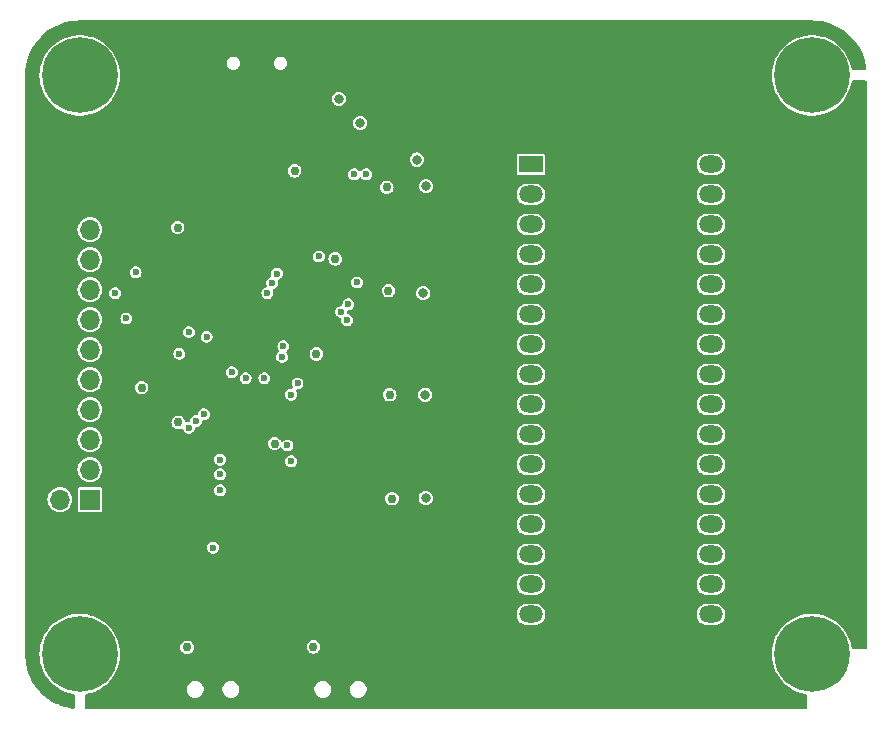
<source format=gbr>
G04 #@! TF.GenerationSoftware,KiCad,Pcbnew,7.0.7*
G04 #@! TF.CreationDate,2023-09-26T12:49:17-04:00*
G04 #@! TF.ProjectId,programmer,70726f67-7261-46d6-9d65-722e6b696361,rev?*
G04 #@! TF.SameCoordinates,Original*
G04 #@! TF.FileFunction,Copper,L2,Inr*
G04 #@! TF.FilePolarity,Positive*
%FSLAX46Y46*%
G04 Gerber Fmt 4.6, Leading zero omitted, Abs format (unit mm)*
G04 Created by KiCad (PCBNEW 7.0.7) date 2023-09-26 12:49:17*
%MOMM*%
%LPD*%
G01*
G04 APERTURE LIST*
G04 #@! TA.AperFunction,ComponentPad*
%ADD10O,1.000000X1.700000*%
G04 #@! TD*
G04 #@! TA.AperFunction,ComponentPad*
%ADD11O,0.850000X1.700000*%
G04 #@! TD*
G04 #@! TA.AperFunction,ComponentPad*
%ADD12C,0.800000*%
G04 #@! TD*
G04 #@! TA.AperFunction,ComponentPad*
%ADD13C,6.400000*%
G04 #@! TD*
G04 #@! TA.AperFunction,ComponentPad*
%ADD14R,1.700000X1.700000*%
G04 #@! TD*
G04 #@! TA.AperFunction,ComponentPad*
%ADD15O,1.700000X1.700000*%
G04 #@! TD*
G04 #@! TA.AperFunction,ComponentPad*
%ADD16R,2.000000X1.440000*%
G04 #@! TD*
G04 #@! TA.AperFunction,ComponentPad*
%ADD17O,2.000000X1.440000*%
G04 #@! TD*
G04 #@! TA.AperFunction,ViaPad*
%ADD18C,0.800000*%
G04 #@! TD*
G04 #@! TA.AperFunction,ViaPad*
%ADD19C,0.750000*%
G04 #@! TD*
G04 #@! TA.AperFunction,ViaPad*
%ADD20C,0.600000*%
G04 #@! TD*
G04 APERTURE END LIST*
D10*
X133732500Y-74030000D03*
D11*
X128082500Y-74030000D03*
D12*
X113507500Y-126420000D03*
X114210444Y-124722944D03*
X114210444Y-128117056D03*
X115907500Y-124020000D03*
D13*
X115907500Y-126420000D03*
D12*
X115907500Y-128820000D03*
X117604556Y-124722944D03*
X117604556Y-128117056D03*
X118307500Y-126420000D03*
D14*
X116775000Y-113345000D03*
D15*
X114235000Y-113345000D03*
X116775000Y-110805000D03*
X114235000Y-110805000D03*
X116775000Y-108265000D03*
X114235000Y-108265000D03*
X116775000Y-105725000D03*
X114235000Y-105725000D03*
X116775000Y-103185000D03*
X114235000Y-103185000D03*
X116775000Y-100645000D03*
X114235000Y-100645000D03*
X116775000Y-98105000D03*
X114235000Y-98105000D03*
X116775000Y-95565000D03*
X114235000Y-95565000D03*
X116775000Y-93025000D03*
X114235000Y-93025000D03*
X116775000Y-90485000D03*
X114235000Y-90485000D03*
D16*
X154107500Y-84960000D03*
D17*
X154107500Y-87500000D03*
X154107500Y-90040000D03*
X154107500Y-92580000D03*
X154107500Y-95120000D03*
X154107500Y-97660000D03*
X154107500Y-100200000D03*
X154107500Y-102740000D03*
X154107500Y-105280000D03*
X154107500Y-107820000D03*
X154107500Y-110360000D03*
X154107500Y-112900000D03*
X154107500Y-115440000D03*
X154107500Y-117980000D03*
X154107500Y-120520000D03*
X154107500Y-123060000D03*
X169347500Y-123060000D03*
X169347500Y-120520000D03*
X169347500Y-117980000D03*
X169347500Y-115440000D03*
X169347500Y-112900000D03*
X169347500Y-110360000D03*
X169347500Y-107820000D03*
X169347500Y-105280000D03*
X169347500Y-102740000D03*
X169347500Y-100200000D03*
X169347500Y-97660000D03*
X169347500Y-95120000D03*
X169347500Y-92580000D03*
X169347500Y-90040000D03*
X169347500Y-87500000D03*
X169347500Y-84960000D03*
D12*
X175507500Y-77420000D03*
X176210444Y-75722944D03*
X176210444Y-79117056D03*
X177907500Y-75020000D03*
D13*
X177907500Y-77420000D03*
D12*
X177907500Y-79820000D03*
X179604556Y-75722944D03*
X179604556Y-79117056D03*
X180307500Y-77420000D03*
X113507500Y-77420000D03*
X114210444Y-75722944D03*
X114210444Y-79117056D03*
X115907500Y-75020000D03*
D13*
X115907500Y-77420000D03*
D12*
X115907500Y-79820000D03*
X117604556Y-75722944D03*
X117604556Y-79117056D03*
X118307500Y-77420000D03*
X175507500Y-126420000D03*
X176210444Y-124722944D03*
X176210444Y-128117056D03*
X177907500Y-124020000D03*
D13*
X177907500Y-126420000D03*
D12*
X177907500Y-128820000D03*
X179604556Y-124722944D03*
X179604556Y-128117056D03*
X180307500Y-126420000D03*
D18*
X139650000Y-81450000D03*
X144450000Y-84550000D03*
X137850000Y-79400000D03*
X145200000Y-113200000D03*
X145250000Y-86800000D03*
X145150000Y-104450000D03*
X145000000Y-95850000D03*
D19*
X146650000Y-86850000D03*
X137300000Y-96150500D03*
X118600000Y-82650000D03*
X146850000Y-104550000D03*
X135400000Y-81000000D03*
X142800000Y-80300000D03*
X140250000Y-125850000D03*
X136300000Y-103300000D03*
X129500000Y-125850000D03*
X125400000Y-90300000D03*
X140300000Y-105200000D03*
X139500000Y-77750000D03*
X124400000Y-96150000D03*
X134000000Y-77750000D03*
X123200000Y-106750000D03*
X130690734Y-108709266D03*
X140250000Y-96350000D03*
X147750000Y-112544500D03*
X136000000Y-121250000D03*
X134900000Y-74000000D03*
X145334956Y-94707877D03*
X140950497Y-86900000D03*
X124000000Y-83600000D03*
X140300000Y-114000000D03*
X129800000Y-75500000D03*
X145450000Y-121350000D03*
X123550000Y-110200000D03*
X137900000Y-85750000D03*
X122400000Y-84100000D03*
X121149500Y-101450000D03*
X132050000Y-75455498D03*
X146200000Y-95650000D03*
X116600000Y-82650000D03*
X126950000Y-74050000D03*
X121650000Y-97100000D03*
X138950000Y-79400000D03*
X138700000Y-95850000D03*
X147800000Y-103950000D03*
X129600000Y-77800000D03*
X130650000Y-121200000D03*
X114600000Y-82650000D03*
X125250000Y-121250000D03*
X127800000Y-77800000D03*
X137100000Y-84850000D03*
X124500500Y-109200000D03*
X147050000Y-114000000D03*
D20*
X139150000Y-85800000D03*
X140150000Y-85800000D03*
D19*
X141900000Y-86900000D03*
X135948273Y-101001727D03*
X142150000Y-104450000D03*
X142350000Y-113250000D03*
X135700000Y-125800000D03*
X124200000Y-90300000D03*
X125000000Y-125850000D03*
X137550000Y-92950000D03*
X134100000Y-85500000D03*
X142050000Y-95650000D03*
X124250000Y-106800000D03*
X121149500Y-103850000D03*
X132409266Y-108590734D03*
D20*
X125150000Y-99150000D03*
X118900000Y-95850000D03*
X120650000Y-94100000D03*
X119850000Y-98000000D03*
X127800000Y-112550000D03*
X125150000Y-107250000D03*
X127800000Y-111200000D03*
X125750000Y-106700000D03*
X126425500Y-106119929D03*
X127800000Y-109950000D03*
X129950000Y-103050000D03*
X133800000Y-110100000D03*
X133500000Y-108750000D03*
X131550000Y-103050000D03*
X133800000Y-104450000D03*
X133050000Y-101250000D03*
X133150000Y-100350000D03*
X134350000Y-103500000D03*
X138550000Y-98150000D03*
X131800000Y-95850000D03*
X138050000Y-97450000D03*
X132200000Y-95000000D03*
X138650000Y-96800000D03*
X132600000Y-94200000D03*
X126650000Y-99550000D03*
X136150000Y-92750000D03*
X139400000Y-94950000D03*
X124350000Y-101000000D03*
X128800000Y-102550000D03*
X127200000Y-117400000D03*
G04 #@! TA.AperFunction,Conductor*
G36*
X177924553Y-72771244D02*
G01*
X178154744Y-72781294D01*
X178205626Y-72794690D01*
X178254715Y-72819702D01*
X178274376Y-72829720D01*
X178374007Y-72845500D01*
X178374012Y-72845500D01*
X178720980Y-72845500D01*
X178747819Y-72848439D01*
X179108239Y-72928343D01*
X179113451Y-72929739D01*
X179495144Y-73050086D01*
X179500225Y-73051935D01*
X179869981Y-73205093D01*
X179874851Y-73207364D01*
X180229850Y-73392165D01*
X180234528Y-73394867D01*
X180572063Y-73609900D01*
X180576491Y-73613001D01*
X180603063Y-73633390D01*
X180893995Y-73856629D01*
X180898140Y-73860108D01*
X181193196Y-74130477D01*
X181197022Y-74134303D01*
X181467391Y-74429359D01*
X181470870Y-74433504D01*
X181714495Y-74751003D01*
X181717599Y-74755436D01*
X181932632Y-75092971D01*
X181935338Y-75097657D01*
X182120126Y-75452630D01*
X182122413Y-75457534D01*
X182275564Y-75827275D01*
X182277415Y-75832360D01*
X182397756Y-76214033D01*
X182399156Y-76219260D01*
X182485778Y-76609985D01*
X182486718Y-76615314D01*
X182518183Y-76854315D01*
X182507417Y-76923350D01*
X182461037Y-76975606D01*
X182395244Y-76994500D01*
X181388963Y-76994500D01*
X181321924Y-76974815D01*
X181276169Y-76922011D01*
X181266597Y-76890561D01*
X181233377Y-76687931D01*
X181233376Y-76687930D01*
X181233375Y-76687919D01*
X181134727Y-76332621D01*
X180998243Y-75990070D01*
X180825522Y-75664284D01*
X180618590Y-75359083D01*
X180379873Y-75078044D01*
X180112170Y-74824462D01*
X179818619Y-74601310D01*
X179502662Y-74411205D01*
X179502661Y-74411204D01*
X179502657Y-74411202D01*
X179502653Y-74411200D01*
X179168013Y-74256379D01*
X179168008Y-74256377D01*
X179168003Y-74256375D01*
X178997672Y-74198983D01*
X178818565Y-74138635D01*
X178458446Y-74059367D01*
X178091871Y-74019500D01*
X178091870Y-74019500D01*
X177723130Y-74019500D01*
X177723128Y-74019500D01*
X177356553Y-74059367D01*
X176996434Y-74138635D01*
X176726312Y-74229650D01*
X176646997Y-74256375D01*
X176646994Y-74256376D01*
X176646986Y-74256379D01*
X176312346Y-74411200D01*
X176312342Y-74411202D01*
X176077038Y-74552779D01*
X175996381Y-74601310D01*
X175895910Y-74677685D01*
X175702830Y-74824461D01*
X175702830Y-74824462D01*
X175435126Y-75078044D01*
X175196409Y-75359083D01*
X174989479Y-75664282D01*
X174989473Y-75664291D01*
X174816761Y-75990061D01*
X174816755Y-75990073D01*
X174680270Y-76332628D01*
X174680268Y-76332634D01*
X174581628Y-76687905D01*
X174581622Y-76687931D01*
X174521970Y-77051786D01*
X174521969Y-77051799D01*
X174521969Y-77051801D01*
X174502006Y-77420000D01*
X174520902Y-77768528D01*
X174521969Y-77788196D01*
X174521970Y-77788213D01*
X174581622Y-78152068D01*
X174581628Y-78152094D01*
X174680268Y-78507365D01*
X174680270Y-78507371D01*
X174816755Y-78849926D01*
X174816761Y-78849938D01*
X174989473Y-79175708D01*
X174989476Y-79175713D01*
X174989478Y-79175716D01*
X175196410Y-79480917D01*
X175435127Y-79761956D01*
X175702830Y-80015538D01*
X175996381Y-80238690D01*
X176312338Y-80428795D01*
X176312340Y-80428796D01*
X176312342Y-80428797D01*
X176312346Y-80428799D01*
X176646986Y-80583620D01*
X176646997Y-80583625D01*
X176996434Y-80701364D01*
X177356552Y-80780632D01*
X177723130Y-80820500D01*
X177723136Y-80820500D01*
X178091864Y-80820500D01*
X178091870Y-80820500D01*
X178458448Y-80780632D01*
X178818566Y-80701364D01*
X179168003Y-80583625D01*
X179502662Y-80428795D01*
X179818619Y-80238690D01*
X180112170Y-80015538D01*
X180379873Y-79761956D01*
X180618590Y-79480917D01*
X180825522Y-79175716D01*
X180998243Y-78849930D01*
X181134727Y-78507379D01*
X181233375Y-78152081D01*
X181266596Y-77949439D01*
X181296868Y-77886467D01*
X181356378Y-77849858D01*
X181388963Y-77845500D01*
X182433000Y-77845500D01*
X182500039Y-77865185D01*
X182545794Y-77917989D01*
X182557000Y-77969500D01*
X182557000Y-125870500D01*
X182537315Y-125937539D01*
X182484511Y-125983294D01*
X182433000Y-125994500D01*
X181388963Y-125994500D01*
X181321924Y-125974815D01*
X181276169Y-125922011D01*
X181266597Y-125890561D01*
X181233377Y-125687931D01*
X181233376Y-125687930D01*
X181233375Y-125687919D01*
X181183911Y-125509767D01*
X181134731Y-125332634D01*
X181134729Y-125332628D01*
X181134728Y-125332627D01*
X181134727Y-125332621D01*
X180998243Y-124990070D01*
X180825522Y-124664284D01*
X180618590Y-124359083D01*
X180379873Y-124078044D01*
X180112170Y-123824462D01*
X179818619Y-123601310D01*
X179502662Y-123411205D01*
X179502661Y-123411204D01*
X179502657Y-123411202D01*
X179502653Y-123411200D01*
X179168013Y-123256379D01*
X179168008Y-123256377D01*
X179168003Y-123256375D01*
X178997672Y-123198983D01*
X178818565Y-123138635D01*
X178458446Y-123059367D01*
X178091871Y-123019500D01*
X178091870Y-123019500D01*
X177723130Y-123019500D01*
X177723128Y-123019500D01*
X177356553Y-123059367D01*
X176996434Y-123138635D01*
X176726312Y-123229650D01*
X176646997Y-123256375D01*
X176646994Y-123256376D01*
X176646986Y-123256379D01*
X176312346Y-123411200D01*
X176312342Y-123411202D01*
X176126884Y-123522789D01*
X175996381Y-123601310D01*
X175895910Y-123677685D01*
X175702830Y-123824461D01*
X175702830Y-123824462D01*
X175435126Y-124078044D01*
X175196409Y-124359083D01*
X174989479Y-124664282D01*
X174989473Y-124664291D01*
X174816761Y-124990061D01*
X174816755Y-124990073D01*
X174680270Y-125332628D01*
X174680268Y-125332634D01*
X174581628Y-125687905D01*
X174581622Y-125687931D01*
X174521970Y-126051786D01*
X174521969Y-126051799D01*
X174521969Y-126051801D01*
X174502006Y-126420000D01*
X174520902Y-126768528D01*
X174521969Y-126788196D01*
X174521970Y-126788213D01*
X174581622Y-127152068D01*
X174581628Y-127152094D01*
X174680268Y-127507365D01*
X174680270Y-127507371D01*
X174816755Y-127849926D01*
X174816761Y-127849938D01*
X174989473Y-128175708D01*
X174989476Y-128175713D01*
X174989478Y-128175716D01*
X175196410Y-128480917D01*
X175435127Y-128761956D01*
X175702830Y-129015538D01*
X175996381Y-129238690D01*
X176312338Y-129428795D01*
X176312340Y-129428796D01*
X176312342Y-129428797D01*
X176312346Y-129428799D01*
X176646986Y-129583620D01*
X176646997Y-129583625D01*
X176996434Y-129701364D01*
X177356552Y-129780632D01*
X177371405Y-129782247D01*
X177435921Y-129809061D01*
X177475701Y-129866501D01*
X177482000Y-129905520D01*
X177482000Y-130945500D01*
X177462315Y-131012539D01*
X177409511Y-131058294D01*
X177358000Y-131069500D01*
X116457000Y-131069500D01*
X116389961Y-131049815D01*
X116344206Y-130997011D01*
X116333000Y-130945500D01*
X116333000Y-130445132D01*
X116333000Y-129905516D01*
X116352683Y-129838481D01*
X116405487Y-129792726D01*
X116443591Y-129782247D01*
X116458448Y-129780632D01*
X116818566Y-129701364D01*
X117168003Y-129583625D01*
X117378432Y-129486270D01*
X124989500Y-129486270D01*
X125030790Y-129653793D01*
X125030791Y-129653796D01*
X125030792Y-129653797D01*
X125110976Y-129806574D01*
X125225391Y-129935723D01*
X125367386Y-130033735D01*
X125367387Y-130033735D01*
X125367389Y-130033737D01*
X125528717Y-130094921D01*
X125657021Y-130110500D01*
X125657025Y-130110500D01*
X125742979Y-130110500D01*
X125845621Y-130098036D01*
X125871283Y-130094921D01*
X126032611Y-130033737D01*
X126174609Y-129935723D01*
X126289024Y-129806574D01*
X126369208Y-129653797D01*
X126410500Y-129486270D01*
X127989500Y-129486270D01*
X128030790Y-129653793D01*
X128030791Y-129653796D01*
X128030792Y-129653797D01*
X128110976Y-129806574D01*
X128225391Y-129935723D01*
X128367386Y-130033735D01*
X128367387Y-130033735D01*
X128367389Y-130033737D01*
X128528717Y-130094921D01*
X128657021Y-130110500D01*
X128657025Y-130110500D01*
X128742979Y-130110500D01*
X128845621Y-130098036D01*
X128871283Y-130094921D01*
X129032611Y-130033737D01*
X129174609Y-129935723D01*
X129289024Y-129806574D01*
X129369208Y-129653797D01*
X129410500Y-129486270D01*
X135784500Y-129486270D01*
X135825790Y-129653793D01*
X135825791Y-129653796D01*
X135825792Y-129653797D01*
X135905976Y-129806574D01*
X136020391Y-129935723D01*
X136162386Y-130033735D01*
X136162387Y-130033735D01*
X136162389Y-130033737D01*
X136323717Y-130094921D01*
X136452021Y-130110500D01*
X136452025Y-130110500D01*
X136537979Y-130110500D01*
X136640621Y-130098036D01*
X136666283Y-130094921D01*
X136827611Y-130033737D01*
X136969609Y-129935723D01*
X137084024Y-129806574D01*
X137164208Y-129653797D01*
X137205500Y-129486270D01*
X138784500Y-129486270D01*
X138825790Y-129653793D01*
X138825791Y-129653796D01*
X138825792Y-129653797D01*
X138905976Y-129806574D01*
X139020391Y-129935723D01*
X139162386Y-130033735D01*
X139162387Y-130033735D01*
X139162389Y-130033737D01*
X139323717Y-130094921D01*
X139452021Y-130110500D01*
X139452025Y-130110500D01*
X139537979Y-130110500D01*
X139640621Y-130098036D01*
X139666283Y-130094921D01*
X139827611Y-130033737D01*
X139969609Y-129935723D01*
X140084024Y-129806574D01*
X140164208Y-129653797D01*
X140205500Y-129486270D01*
X140205500Y-129313730D01*
X140164208Y-129146203D01*
X140084024Y-128993426D01*
X139969609Y-128864277D01*
X139827612Y-128766264D01*
X139827614Y-128766264D01*
X139666282Y-128705078D01*
X139537979Y-128689500D01*
X139537975Y-128689500D01*
X139452025Y-128689500D01*
X139452021Y-128689500D01*
X139323717Y-128705078D01*
X139162386Y-128766264D01*
X139020392Y-128864276D01*
X138905976Y-128993425D01*
X138825790Y-129146206D01*
X138784500Y-129313729D01*
X138784500Y-129486270D01*
X137205500Y-129486270D01*
X137205500Y-129313730D01*
X137164208Y-129146203D01*
X137084024Y-128993426D01*
X136969609Y-128864277D01*
X136827612Y-128766264D01*
X136827614Y-128766264D01*
X136666282Y-128705078D01*
X136537979Y-128689500D01*
X136537975Y-128689500D01*
X136452025Y-128689500D01*
X136452021Y-128689500D01*
X136323717Y-128705078D01*
X136162386Y-128766264D01*
X136020392Y-128864276D01*
X135905976Y-128993425D01*
X135825790Y-129146206D01*
X135784500Y-129313729D01*
X135784500Y-129486270D01*
X129410500Y-129486270D01*
X129410500Y-129313730D01*
X129369208Y-129146203D01*
X129289024Y-128993426D01*
X129174609Y-128864277D01*
X129032612Y-128766264D01*
X129032614Y-128766264D01*
X128871282Y-128705078D01*
X128742979Y-128689500D01*
X128742975Y-128689500D01*
X128657025Y-128689500D01*
X128657021Y-128689500D01*
X128528717Y-128705078D01*
X128367386Y-128766264D01*
X128225392Y-128864276D01*
X128110976Y-128993425D01*
X128030790Y-129146206D01*
X127989500Y-129313729D01*
X127989500Y-129486270D01*
X126410500Y-129486270D01*
X126410500Y-129313730D01*
X126369208Y-129146203D01*
X126289024Y-128993426D01*
X126174609Y-128864277D01*
X126032612Y-128766264D01*
X126032614Y-128766264D01*
X125871282Y-128705078D01*
X125742979Y-128689500D01*
X125742975Y-128689500D01*
X125657025Y-128689500D01*
X125657021Y-128689500D01*
X125528717Y-128705078D01*
X125367386Y-128766264D01*
X125225392Y-128864276D01*
X125110976Y-128993425D01*
X125030790Y-129146206D01*
X124989500Y-129313729D01*
X124989500Y-129486270D01*
X117378432Y-129486270D01*
X117502662Y-129428795D01*
X117818619Y-129238690D01*
X118112170Y-129015538D01*
X118379873Y-128761956D01*
X118618590Y-128480917D01*
X118825522Y-128175716D01*
X118998243Y-127849930D01*
X119134727Y-127507379D01*
X119233375Y-127152081D01*
X119280410Y-126865185D01*
X119293029Y-126788213D01*
X119293029Y-126788210D01*
X119293031Y-126788199D01*
X119312994Y-126420000D01*
X119293031Y-126051801D01*
X119284577Y-126000236D01*
X119259947Y-125850000D01*
X124419533Y-125850000D01*
X124439312Y-126000234D01*
X124439313Y-126000236D01*
X124476589Y-126090229D01*
X124497302Y-126140233D01*
X124589549Y-126260451D01*
X124709767Y-126352698D01*
X124849764Y-126410687D01*
X124920503Y-126420000D01*
X124999999Y-126430466D01*
X125000000Y-126430466D01*
X125000001Y-126430466D01*
X125050078Y-126423873D01*
X125150236Y-126410687D01*
X125290233Y-126352698D01*
X125410451Y-126260451D01*
X125502698Y-126140233D01*
X125560687Y-126000236D01*
X125580466Y-125850000D01*
X125573883Y-125800000D01*
X135119534Y-125800000D01*
X135139312Y-125950234D01*
X135139313Y-125950236D01*
X135181383Y-126051803D01*
X135197302Y-126090233D01*
X135289549Y-126210451D01*
X135409767Y-126302698D01*
X135549764Y-126360687D01*
X135624882Y-126370576D01*
X135699999Y-126380466D01*
X135700000Y-126380466D01*
X135700001Y-126380466D01*
X135750078Y-126373873D01*
X135850236Y-126360687D01*
X135990233Y-126302698D01*
X136110451Y-126210451D01*
X136202698Y-126090233D01*
X136260687Y-125950236D01*
X136280466Y-125800000D01*
X136260687Y-125649764D01*
X136202698Y-125509767D01*
X136110451Y-125389549D01*
X135990233Y-125297302D01*
X135990229Y-125297300D01*
X135850236Y-125239313D01*
X135850234Y-125239312D01*
X135700001Y-125219534D01*
X135699999Y-125219534D01*
X135549765Y-125239312D01*
X135549763Y-125239313D01*
X135409770Y-125297300D01*
X135409767Y-125297301D01*
X135409767Y-125297302D01*
X135289549Y-125389549D01*
X135251183Y-125439549D01*
X135197300Y-125509770D01*
X135139313Y-125649763D01*
X135139312Y-125649765D01*
X135119534Y-125799999D01*
X135119534Y-125800000D01*
X125573883Y-125800000D01*
X125560687Y-125699764D01*
X125502698Y-125559767D01*
X125410451Y-125439549D01*
X125290233Y-125347302D01*
X125290229Y-125347300D01*
X125150236Y-125289313D01*
X125150234Y-125289312D01*
X125000001Y-125269534D01*
X124999999Y-125269534D01*
X124849765Y-125289312D01*
X124849763Y-125289313D01*
X124709770Y-125347300D01*
X124709767Y-125347301D01*
X124709767Y-125347302D01*
X124654710Y-125389549D01*
X124589549Y-125439549D01*
X124497300Y-125559770D01*
X124439313Y-125699763D01*
X124439312Y-125699765D01*
X124419533Y-125849999D01*
X124419533Y-125850000D01*
X119259947Y-125850000D01*
X119233377Y-125687931D01*
X119233376Y-125687930D01*
X119233375Y-125687919D01*
X119183911Y-125509767D01*
X119134731Y-125332634D01*
X119134729Y-125332628D01*
X119134728Y-125332627D01*
X119134727Y-125332621D01*
X118998243Y-124990070D01*
X118825522Y-124664284D01*
X118618590Y-124359083D01*
X118379873Y-124078044D01*
X118112170Y-123824462D01*
X117818619Y-123601310D01*
X117502662Y-123411205D01*
X117502661Y-123411204D01*
X117502657Y-123411202D01*
X117502653Y-123411200D01*
X117168013Y-123256379D01*
X117168008Y-123256377D01*
X117168003Y-123256375D01*
X116997672Y-123198983D01*
X116872320Y-123156747D01*
X152907000Y-123156747D01*
X152947230Y-123346016D01*
X152947232Y-123346021D01*
X153025933Y-123522784D01*
X153025935Y-123522789D01*
X153139665Y-123679325D01*
X153139671Y-123679332D01*
X153227143Y-123758090D01*
X153283464Y-123808802D01*
X153451037Y-123905550D01*
X153635063Y-123965344D01*
X153779262Y-123980500D01*
X153779267Y-123980500D01*
X154435733Y-123980500D01*
X154435738Y-123980500D01*
X154579937Y-123965344D01*
X154763963Y-123905550D01*
X154931536Y-123808802D01*
X155024120Y-123725438D01*
X155075328Y-123679332D01*
X155075329Y-123679329D01*
X155075333Y-123679327D01*
X155189067Y-123522785D01*
X155267769Y-123346017D01*
X155308000Y-123156748D01*
X155308000Y-123156747D01*
X168147000Y-123156747D01*
X168187230Y-123346016D01*
X168187232Y-123346021D01*
X168265933Y-123522784D01*
X168265935Y-123522789D01*
X168379665Y-123679325D01*
X168379671Y-123679332D01*
X168467143Y-123758090D01*
X168523464Y-123808802D01*
X168691037Y-123905550D01*
X168875063Y-123965344D01*
X169019262Y-123980500D01*
X169019267Y-123980500D01*
X169675733Y-123980500D01*
X169675738Y-123980500D01*
X169819937Y-123965344D01*
X170003963Y-123905550D01*
X170171536Y-123808802D01*
X170264120Y-123725438D01*
X170315328Y-123679332D01*
X170315329Y-123679329D01*
X170315333Y-123679327D01*
X170429067Y-123522785D01*
X170507769Y-123346017D01*
X170548000Y-123156748D01*
X170548000Y-122963252D01*
X170507769Y-122773983D01*
X170429067Y-122597215D01*
X170429064Y-122597211D01*
X170429064Y-122597210D01*
X170315334Y-122440674D01*
X170315328Y-122440667D01*
X170221625Y-122356298D01*
X170171536Y-122311198D01*
X170171534Y-122311197D01*
X170171535Y-122311197D01*
X170003963Y-122214450D01*
X170003956Y-122214447D01*
X169819941Y-122154657D01*
X169819939Y-122154656D01*
X169778737Y-122150325D01*
X169675738Y-122139500D01*
X169019262Y-122139500D01*
X168929137Y-122148972D01*
X168875060Y-122154656D01*
X168875058Y-122154657D01*
X168691043Y-122214447D01*
X168691036Y-122214450D01*
X168523464Y-122311197D01*
X168379671Y-122440667D01*
X168379665Y-122440674D01*
X168265935Y-122597210D01*
X168265933Y-122597215D01*
X168187232Y-122773978D01*
X168187230Y-122773983D01*
X168147000Y-122963252D01*
X168147000Y-123156747D01*
X155308000Y-123156747D01*
X155308000Y-122963252D01*
X155267769Y-122773983D01*
X155189067Y-122597215D01*
X155189064Y-122597211D01*
X155189064Y-122597210D01*
X155075334Y-122440674D01*
X155075328Y-122440667D01*
X154981625Y-122356298D01*
X154931536Y-122311198D01*
X154931534Y-122311197D01*
X154931535Y-122311197D01*
X154763963Y-122214450D01*
X154763956Y-122214447D01*
X154579941Y-122154657D01*
X154579939Y-122154656D01*
X154538737Y-122150325D01*
X154435738Y-122139500D01*
X153779262Y-122139500D01*
X153689137Y-122148972D01*
X153635060Y-122154656D01*
X153635058Y-122154657D01*
X153451043Y-122214447D01*
X153451036Y-122214450D01*
X153283464Y-122311197D01*
X153139671Y-122440667D01*
X153139665Y-122440674D01*
X153025935Y-122597210D01*
X153025933Y-122597215D01*
X152947232Y-122773978D01*
X152947230Y-122773983D01*
X152907000Y-122963252D01*
X152907000Y-123156747D01*
X116872320Y-123156747D01*
X116818565Y-123138635D01*
X116458446Y-123059367D01*
X116091871Y-123019500D01*
X116091870Y-123019500D01*
X115723130Y-123019500D01*
X115723128Y-123019500D01*
X115356553Y-123059367D01*
X114996434Y-123138635D01*
X114726312Y-123229650D01*
X114646997Y-123256375D01*
X114646994Y-123256376D01*
X114646986Y-123256379D01*
X114312346Y-123411200D01*
X114312342Y-123411202D01*
X114126884Y-123522789D01*
X113996381Y-123601310D01*
X113895910Y-123677685D01*
X113702830Y-123824461D01*
X113702830Y-123824462D01*
X113435126Y-124078044D01*
X113196409Y-124359083D01*
X112989479Y-124664282D01*
X112989473Y-124664291D01*
X112816761Y-124990061D01*
X112816755Y-124990073D01*
X112680270Y-125332628D01*
X112680268Y-125332634D01*
X112581628Y-125687905D01*
X112581622Y-125687931D01*
X112521970Y-126051786D01*
X112521969Y-126051799D01*
X112521969Y-126051801D01*
X112502006Y-126420000D01*
X112520902Y-126768528D01*
X112521969Y-126788196D01*
X112521970Y-126788213D01*
X112581622Y-127152068D01*
X112581628Y-127152094D01*
X112680268Y-127507365D01*
X112680270Y-127507371D01*
X112816755Y-127849926D01*
X112816761Y-127849938D01*
X112989473Y-128175708D01*
X112989476Y-128175713D01*
X112989478Y-128175716D01*
X113196410Y-128480917D01*
X113435127Y-128761956D01*
X113702830Y-129015538D01*
X113996381Y-129238690D01*
X114312338Y-129428795D01*
X114312340Y-129428796D01*
X114312342Y-129428797D01*
X114312346Y-129428799D01*
X114646986Y-129583620D01*
X114646997Y-129583625D01*
X114996434Y-129701364D01*
X115356552Y-129780632D01*
X115371405Y-129782247D01*
X115435921Y-129809061D01*
X115475701Y-129866501D01*
X115482000Y-129905520D01*
X115482000Y-130907743D01*
X115462315Y-130974782D01*
X115409511Y-131020537D01*
X115341815Y-131030682D01*
X115102814Y-130999218D01*
X115097485Y-130998278D01*
X114706760Y-130911656D01*
X114701533Y-130910256D01*
X114319860Y-130789915D01*
X114314775Y-130788064D01*
X114061661Y-130683221D01*
X113945028Y-130634910D01*
X113940138Y-130632630D01*
X113585157Y-130447838D01*
X113580471Y-130445132D01*
X113242936Y-130230099D01*
X113238503Y-130226995D01*
X113211937Y-130206610D01*
X112921002Y-129983368D01*
X112916859Y-129979891D01*
X112621803Y-129709522D01*
X112617977Y-129705696D01*
X112614007Y-129701364D01*
X112550072Y-129631591D01*
X112347608Y-129410640D01*
X112344129Y-129406495D01*
X112272947Y-129313729D01*
X112100501Y-129088991D01*
X112097400Y-129084563D01*
X111882367Y-128747028D01*
X111879661Y-128742342D01*
X111694864Y-128387351D01*
X111692593Y-128382481D01*
X111539435Y-128012724D01*
X111537584Y-128007639D01*
X111417239Y-127625951D01*
X111415843Y-127620739D01*
X111335939Y-127260316D01*
X111333000Y-127233478D01*
X111333000Y-126886506D01*
X111317220Y-126786876D01*
X111307871Y-126768528D01*
X111282190Y-126718126D01*
X111268794Y-126667244D01*
X111258000Y-126420000D01*
X111258000Y-126364486D01*
X111258000Y-126313132D01*
X111257999Y-126313123D01*
X111257999Y-120616747D01*
X152907000Y-120616747D01*
X152947230Y-120806016D01*
X152947232Y-120806021D01*
X153025933Y-120982784D01*
X153025935Y-120982789D01*
X153139665Y-121139325D01*
X153139671Y-121139332D01*
X153227143Y-121218090D01*
X153283464Y-121268802D01*
X153451037Y-121365550D01*
X153635063Y-121425344D01*
X153779262Y-121440500D01*
X153779267Y-121440500D01*
X154435733Y-121440500D01*
X154435738Y-121440500D01*
X154579937Y-121425344D01*
X154763963Y-121365550D01*
X154931536Y-121268802D01*
X155024120Y-121185438D01*
X155075328Y-121139332D01*
X155075329Y-121139329D01*
X155075333Y-121139327D01*
X155189067Y-120982785D01*
X155267769Y-120806017D01*
X155308000Y-120616748D01*
X155308000Y-120616747D01*
X168147000Y-120616747D01*
X168187230Y-120806016D01*
X168187232Y-120806021D01*
X168265933Y-120982784D01*
X168265935Y-120982789D01*
X168379665Y-121139325D01*
X168379671Y-121139332D01*
X168467143Y-121218090D01*
X168523464Y-121268802D01*
X168691037Y-121365550D01*
X168875063Y-121425344D01*
X169019262Y-121440500D01*
X169019267Y-121440500D01*
X169675733Y-121440500D01*
X169675738Y-121440500D01*
X169819937Y-121425344D01*
X170003963Y-121365550D01*
X170171536Y-121268802D01*
X170264120Y-121185438D01*
X170315328Y-121139332D01*
X170315329Y-121139329D01*
X170315333Y-121139327D01*
X170429067Y-120982785D01*
X170507769Y-120806017D01*
X170548000Y-120616748D01*
X170548000Y-120423252D01*
X170507769Y-120233983D01*
X170429067Y-120057215D01*
X170429064Y-120057211D01*
X170429064Y-120057210D01*
X170315334Y-119900674D01*
X170315328Y-119900667D01*
X170221625Y-119816298D01*
X170171536Y-119771198D01*
X170171534Y-119771197D01*
X170171535Y-119771197D01*
X170003963Y-119674450D01*
X170003956Y-119674447D01*
X169819941Y-119614657D01*
X169819939Y-119614656D01*
X169778737Y-119610325D01*
X169675738Y-119599500D01*
X169019262Y-119599500D01*
X168929137Y-119608972D01*
X168875060Y-119614656D01*
X168875058Y-119614657D01*
X168691043Y-119674447D01*
X168691036Y-119674450D01*
X168523464Y-119771197D01*
X168379671Y-119900667D01*
X168379665Y-119900674D01*
X168265935Y-120057210D01*
X168265933Y-120057215D01*
X168187232Y-120233978D01*
X168187230Y-120233983D01*
X168147000Y-120423252D01*
X168147000Y-120616747D01*
X155308000Y-120616747D01*
X155308000Y-120423252D01*
X155267769Y-120233983D01*
X155189067Y-120057215D01*
X155189064Y-120057211D01*
X155189064Y-120057210D01*
X155075334Y-119900674D01*
X155075328Y-119900667D01*
X154981625Y-119816298D01*
X154931536Y-119771198D01*
X154931534Y-119771197D01*
X154931535Y-119771197D01*
X154763963Y-119674450D01*
X154763956Y-119674447D01*
X154579941Y-119614657D01*
X154579939Y-119614656D01*
X154538737Y-119610325D01*
X154435738Y-119599500D01*
X153779262Y-119599500D01*
X153689137Y-119608972D01*
X153635060Y-119614656D01*
X153635058Y-119614657D01*
X153451043Y-119674447D01*
X153451036Y-119674450D01*
X153283464Y-119771197D01*
X153139671Y-119900667D01*
X153139665Y-119900674D01*
X153025935Y-120057210D01*
X153025933Y-120057215D01*
X152947232Y-120233978D01*
X152947230Y-120233983D01*
X152907000Y-120423252D01*
X152907000Y-120616747D01*
X111257999Y-120616747D01*
X111257999Y-118076747D01*
X152907000Y-118076747D01*
X152947230Y-118266016D01*
X152947232Y-118266021D01*
X153025933Y-118442784D01*
X153025935Y-118442789D01*
X153139665Y-118599325D01*
X153139671Y-118599332D01*
X153227143Y-118678090D01*
X153283464Y-118728802D01*
X153451037Y-118825550D01*
X153635063Y-118885344D01*
X153779262Y-118900500D01*
X153779267Y-118900500D01*
X154435733Y-118900500D01*
X154435738Y-118900500D01*
X154579937Y-118885344D01*
X154763963Y-118825550D01*
X154931536Y-118728802D01*
X155024120Y-118645438D01*
X155075328Y-118599332D01*
X155075329Y-118599329D01*
X155075333Y-118599327D01*
X155189067Y-118442785D01*
X155267769Y-118266017D01*
X155308000Y-118076748D01*
X155308000Y-118076747D01*
X168147000Y-118076747D01*
X168187230Y-118266016D01*
X168187232Y-118266021D01*
X168265933Y-118442784D01*
X168265935Y-118442789D01*
X168379665Y-118599325D01*
X168379671Y-118599332D01*
X168467143Y-118678090D01*
X168523464Y-118728802D01*
X168691037Y-118825550D01*
X168875063Y-118885344D01*
X169019262Y-118900500D01*
X169019267Y-118900500D01*
X169675733Y-118900500D01*
X169675738Y-118900500D01*
X169819937Y-118885344D01*
X170003963Y-118825550D01*
X170171536Y-118728802D01*
X170264120Y-118645438D01*
X170315328Y-118599332D01*
X170315329Y-118599329D01*
X170315333Y-118599327D01*
X170429067Y-118442785D01*
X170507769Y-118266017D01*
X170548000Y-118076748D01*
X170548000Y-117883252D01*
X170507769Y-117693983D01*
X170429067Y-117517215D01*
X170429064Y-117517211D01*
X170429064Y-117517210D01*
X170315334Y-117360674D01*
X170315328Y-117360667D01*
X170200795Y-117257543D01*
X170171536Y-117231198D01*
X170171534Y-117231197D01*
X170171535Y-117231197D01*
X170003963Y-117134450D01*
X170003956Y-117134447D01*
X169819941Y-117074657D01*
X169819939Y-117074656D01*
X169778737Y-117070325D01*
X169675738Y-117059500D01*
X169019262Y-117059500D01*
X168929137Y-117068972D01*
X168875060Y-117074656D01*
X168875058Y-117074657D01*
X168691043Y-117134447D01*
X168691036Y-117134450D01*
X168523464Y-117231197D01*
X168379671Y-117360667D01*
X168379665Y-117360674D01*
X168265935Y-117517210D01*
X168265933Y-117517215D01*
X168187232Y-117693978D01*
X168187230Y-117693983D01*
X168147000Y-117883252D01*
X168147000Y-118076747D01*
X155308000Y-118076747D01*
X155308000Y-117883252D01*
X155267769Y-117693983D01*
X155189067Y-117517215D01*
X155189064Y-117517211D01*
X155189064Y-117517210D01*
X155075334Y-117360674D01*
X155075328Y-117360667D01*
X154960795Y-117257543D01*
X154931536Y-117231198D01*
X154931534Y-117231197D01*
X154931535Y-117231197D01*
X154763963Y-117134450D01*
X154763956Y-117134447D01*
X154579941Y-117074657D01*
X154579939Y-117074656D01*
X154538737Y-117070325D01*
X154435738Y-117059500D01*
X153779262Y-117059500D01*
X153689137Y-117068972D01*
X153635060Y-117074656D01*
X153635058Y-117074657D01*
X153451043Y-117134447D01*
X153451036Y-117134450D01*
X153283464Y-117231197D01*
X153139671Y-117360667D01*
X153139665Y-117360674D01*
X153025935Y-117517210D01*
X153025933Y-117517215D01*
X152947232Y-117693978D01*
X152947230Y-117693983D01*
X152907000Y-117883252D01*
X152907000Y-118076747D01*
X111257999Y-118076747D01*
X111257999Y-117399999D01*
X126694353Y-117399999D01*
X126714834Y-117542456D01*
X126774622Y-117673371D01*
X126774623Y-117673373D01*
X126868872Y-117782143D01*
X126989947Y-117859953D01*
X126989950Y-117859954D01*
X126989949Y-117859954D01*
X127128036Y-117900499D01*
X127128038Y-117900500D01*
X127128039Y-117900500D01*
X127271962Y-117900500D01*
X127271962Y-117900499D01*
X127410053Y-117859953D01*
X127531128Y-117782143D01*
X127625377Y-117673373D01*
X127685165Y-117542457D01*
X127705647Y-117400000D01*
X127685165Y-117257543D01*
X127625377Y-117126627D01*
X127531128Y-117017857D01*
X127410053Y-116940047D01*
X127410051Y-116940046D01*
X127410049Y-116940045D01*
X127410050Y-116940045D01*
X127271963Y-116899500D01*
X127271961Y-116899500D01*
X127128039Y-116899500D01*
X127128036Y-116899500D01*
X126989949Y-116940045D01*
X126868873Y-117017856D01*
X126774623Y-117126626D01*
X126774622Y-117126628D01*
X126714834Y-117257543D01*
X126694353Y-117399999D01*
X111257999Y-117399999D01*
X111257999Y-115536747D01*
X152907000Y-115536747D01*
X152947230Y-115726016D01*
X152947232Y-115726021D01*
X153025933Y-115902784D01*
X153025935Y-115902789D01*
X153139665Y-116059325D01*
X153139671Y-116059332D01*
X153227143Y-116138090D01*
X153283464Y-116188802D01*
X153451037Y-116285550D01*
X153635063Y-116345344D01*
X153779262Y-116360500D01*
X153779267Y-116360500D01*
X154435733Y-116360500D01*
X154435738Y-116360500D01*
X154579937Y-116345344D01*
X154763963Y-116285550D01*
X154931536Y-116188802D01*
X155024120Y-116105438D01*
X155075328Y-116059332D01*
X155075329Y-116059329D01*
X155075333Y-116059327D01*
X155189067Y-115902785D01*
X155267769Y-115726017D01*
X155308000Y-115536748D01*
X155308000Y-115536747D01*
X168147000Y-115536747D01*
X168187230Y-115726016D01*
X168187232Y-115726021D01*
X168265933Y-115902784D01*
X168265935Y-115902789D01*
X168379665Y-116059325D01*
X168379671Y-116059332D01*
X168467143Y-116138090D01*
X168523464Y-116188802D01*
X168691037Y-116285550D01*
X168875063Y-116345344D01*
X169019262Y-116360500D01*
X169019267Y-116360500D01*
X169675733Y-116360500D01*
X169675738Y-116360500D01*
X169819937Y-116345344D01*
X170003963Y-116285550D01*
X170171536Y-116188802D01*
X170264120Y-116105438D01*
X170315328Y-116059332D01*
X170315329Y-116059329D01*
X170315333Y-116059327D01*
X170429067Y-115902785D01*
X170507769Y-115726017D01*
X170548000Y-115536748D01*
X170548000Y-115343252D01*
X170507769Y-115153983D01*
X170429067Y-114977215D01*
X170429064Y-114977211D01*
X170429064Y-114977210D01*
X170315334Y-114820674D01*
X170315328Y-114820667D01*
X170221625Y-114736298D01*
X170171536Y-114691198D01*
X170171534Y-114691197D01*
X170171535Y-114691197D01*
X170003963Y-114594450D01*
X170003956Y-114594447D01*
X169819941Y-114534657D01*
X169819939Y-114534656D01*
X169778737Y-114530325D01*
X169675738Y-114519500D01*
X169019262Y-114519500D01*
X168929137Y-114528972D01*
X168875060Y-114534656D01*
X168875058Y-114534657D01*
X168691043Y-114594447D01*
X168691036Y-114594450D01*
X168523464Y-114691197D01*
X168379671Y-114820667D01*
X168379665Y-114820674D01*
X168265935Y-114977210D01*
X168265933Y-114977215D01*
X168187232Y-115153978D01*
X168187230Y-115153983D01*
X168147000Y-115343252D01*
X168147000Y-115536747D01*
X155308000Y-115536747D01*
X155308000Y-115343252D01*
X155267769Y-115153983D01*
X155189067Y-114977215D01*
X155189064Y-114977211D01*
X155189064Y-114977210D01*
X155075334Y-114820674D01*
X155075328Y-114820667D01*
X154981625Y-114736298D01*
X154931536Y-114691198D01*
X154931534Y-114691197D01*
X154931535Y-114691197D01*
X154763963Y-114594450D01*
X154763956Y-114594447D01*
X154579941Y-114534657D01*
X154579939Y-114534656D01*
X154538737Y-114530325D01*
X154435738Y-114519500D01*
X153779262Y-114519500D01*
X153689137Y-114528972D01*
X153635060Y-114534656D01*
X153635058Y-114534657D01*
X153451043Y-114594447D01*
X153451036Y-114594450D01*
X153283464Y-114691197D01*
X153139671Y-114820667D01*
X153139665Y-114820674D01*
X153025935Y-114977210D01*
X153025933Y-114977215D01*
X152947232Y-115153978D01*
X152947230Y-115153983D01*
X152907000Y-115343252D01*
X152907000Y-115536747D01*
X111257999Y-115536747D01*
X111257999Y-113345000D01*
X113179417Y-113345000D01*
X113199699Y-113550932D01*
X113199700Y-113550934D01*
X113259768Y-113748954D01*
X113357315Y-113931450D01*
X113357317Y-113931452D01*
X113488589Y-114091410D01*
X113585209Y-114170702D01*
X113648550Y-114222685D01*
X113831046Y-114320232D01*
X114029066Y-114380300D01*
X114029065Y-114380300D01*
X114049347Y-114382297D01*
X114235000Y-114400583D01*
X114440934Y-114380300D01*
X114638954Y-114320232D01*
X114821450Y-114222685D01*
X114831116Y-114214752D01*
X115724500Y-114214752D01*
X115736131Y-114273229D01*
X115736132Y-114273230D01*
X115780447Y-114339552D01*
X115846769Y-114383867D01*
X115846770Y-114383868D01*
X115905247Y-114395499D01*
X115905250Y-114395500D01*
X115905252Y-114395500D01*
X117644750Y-114395500D01*
X117644751Y-114395499D01*
X117659568Y-114392552D01*
X117703229Y-114383868D01*
X117703229Y-114383867D01*
X117703231Y-114383867D01*
X117769552Y-114339552D01*
X117813867Y-114273231D01*
X117813867Y-114273229D01*
X117813868Y-114273229D01*
X117825499Y-114214752D01*
X117825500Y-114214750D01*
X117825500Y-113250000D01*
X141769534Y-113250000D01*
X141789312Y-113400234D01*
X141789313Y-113400236D01*
X141838641Y-113519325D01*
X141847302Y-113540233D01*
X141939549Y-113660451D01*
X142059767Y-113752698D01*
X142199764Y-113810687D01*
X142274301Y-113820500D01*
X142349999Y-113830466D01*
X142350000Y-113830466D01*
X142350001Y-113830466D01*
X142425699Y-113820500D01*
X142500236Y-113810687D01*
X142640233Y-113752698D01*
X142760451Y-113660451D01*
X142852698Y-113540233D01*
X142910687Y-113400236D01*
X142930466Y-113250000D01*
X142923883Y-113200001D01*
X144594318Y-113200001D01*
X144614955Y-113356760D01*
X144614956Y-113356762D01*
X144632963Y-113400236D01*
X144675464Y-113502841D01*
X144771718Y-113628282D01*
X144897159Y-113724536D01*
X145043238Y-113785044D01*
X145121618Y-113795362D01*
X145199999Y-113805682D01*
X145200000Y-113805682D01*
X145200001Y-113805682D01*
X145252253Y-113798802D01*
X145356762Y-113785044D01*
X145502841Y-113724536D01*
X145628282Y-113628282D01*
X145724536Y-113502841D01*
X145785044Y-113356762D01*
X145805682Y-113200000D01*
X145785044Y-113043238D01*
X145765787Y-112996747D01*
X152907000Y-112996747D01*
X152947230Y-113186016D01*
X152947232Y-113186021D01*
X152975718Y-113250000D01*
X153023251Y-113356762D01*
X153025933Y-113362784D01*
X153025935Y-113362789D01*
X153139665Y-113519325D01*
X153139671Y-113519332D01*
X153227143Y-113598090D01*
X153283464Y-113648802D01*
X153451037Y-113745550D01*
X153451042Y-113745551D01*
X153451043Y-113745552D01*
X153472851Y-113752637D01*
X153635063Y-113805344D01*
X153779262Y-113820500D01*
X153779267Y-113820500D01*
X154435733Y-113820500D01*
X154435738Y-113820500D01*
X154579937Y-113805344D01*
X154763963Y-113745550D01*
X154931536Y-113648802D01*
X155040232Y-113550932D01*
X155075328Y-113519332D01*
X155075329Y-113519329D01*
X155075333Y-113519327D01*
X155189067Y-113362785D01*
X155267769Y-113186017D01*
X155308000Y-112996748D01*
X155308000Y-112996747D01*
X168147000Y-112996747D01*
X168187230Y-113186016D01*
X168187232Y-113186021D01*
X168215718Y-113250000D01*
X168263251Y-113356762D01*
X168265933Y-113362784D01*
X168265935Y-113362789D01*
X168379665Y-113519325D01*
X168379671Y-113519332D01*
X168467143Y-113598090D01*
X168523464Y-113648802D01*
X168691037Y-113745550D01*
X168691042Y-113745551D01*
X168691043Y-113745552D01*
X168712851Y-113752637D01*
X168875063Y-113805344D01*
X169019262Y-113820500D01*
X169019267Y-113820500D01*
X169675733Y-113820500D01*
X169675738Y-113820500D01*
X169819937Y-113805344D01*
X170003963Y-113745550D01*
X170171536Y-113648802D01*
X170280232Y-113550932D01*
X170315328Y-113519332D01*
X170315329Y-113519329D01*
X170315333Y-113519327D01*
X170429067Y-113362785D01*
X170507769Y-113186017D01*
X170548000Y-112996748D01*
X170548000Y-112803252D01*
X170507769Y-112613983D01*
X170429067Y-112437215D01*
X170429064Y-112437211D01*
X170429064Y-112437210D01*
X170315334Y-112280674D01*
X170315328Y-112280667D01*
X170221625Y-112196298D01*
X170171536Y-112151198D01*
X170171534Y-112151197D01*
X170171535Y-112151197D01*
X170003963Y-112054450D01*
X170003956Y-112054447D01*
X169819941Y-111994657D01*
X169819939Y-111994656D01*
X169778737Y-111990325D01*
X169675738Y-111979500D01*
X169019262Y-111979500D01*
X168929137Y-111988972D01*
X168875060Y-111994656D01*
X168875058Y-111994657D01*
X168691043Y-112054447D01*
X168691036Y-112054450D01*
X168523464Y-112151197D01*
X168379671Y-112280667D01*
X168379665Y-112280674D01*
X168265935Y-112437210D01*
X168265933Y-112437215D01*
X168187232Y-112613978D01*
X168187230Y-112613983D01*
X168147000Y-112803252D01*
X168147000Y-112996747D01*
X155308000Y-112996747D01*
X155308000Y-112803252D01*
X155267769Y-112613983D01*
X155189067Y-112437215D01*
X155189064Y-112437211D01*
X155189064Y-112437210D01*
X155075334Y-112280674D01*
X155075328Y-112280667D01*
X154981625Y-112196298D01*
X154931536Y-112151198D01*
X154931534Y-112151197D01*
X154931535Y-112151197D01*
X154763963Y-112054450D01*
X154763956Y-112054447D01*
X154579941Y-111994657D01*
X154579939Y-111994656D01*
X154538737Y-111990325D01*
X154435738Y-111979500D01*
X153779262Y-111979500D01*
X153689137Y-111988972D01*
X153635060Y-111994656D01*
X153635058Y-111994657D01*
X153451043Y-112054447D01*
X153451036Y-112054450D01*
X153283464Y-112151197D01*
X153139671Y-112280667D01*
X153139665Y-112280674D01*
X153025935Y-112437210D01*
X153025933Y-112437215D01*
X152947232Y-112613978D01*
X152947230Y-112613983D01*
X152907000Y-112803252D01*
X152907000Y-112996747D01*
X145765787Y-112996747D01*
X145724536Y-112897159D01*
X145628282Y-112771718D01*
X145502841Y-112675464D01*
X145356762Y-112614956D01*
X145356760Y-112614955D01*
X145200001Y-112594318D01*
X145199999Y-112594318D01*
X145043239Y-112614955D01*
X145043237Y-112614956D01*
X144897160Y-112675463D01*
X144771718Y-112771718D01*
X144675463Y-112897160D01*
X144614956Y-113043237D01*
X144614955Y-113043239D01*
X144594318Y-113199998D01*
X144594318Y-113200001D01*
X142923883Y-113200001D01*
X142910687Y-113099765D01*
X142910687Y-113099764D01*
X142852698Y-112959767D01*
X142760451Y-112839549D01*
X142640233Y-112747302D01*
X142640229Y-112747300D01*
X142500236Y-112689313D01*
X142500234Y-112689312D01*
X142350001Y-112669534D01*
X142349999Y-112669534D01*
X142199765Y-112689312D01*
X142199763Y-112689313D01*
X142059770Y-112747300D01*
X142059767Y-112747301D01*
X142059767Y-112747302D01*
X141960630Y-112823373D01*
X141939549Y-112839549D01*
X141847300Y-112959770D01*
X141789313Y-113099763D01*
X141789312Y-113099765D01*
X141769534Y-113249999D01*
X141769534Y-113250000D01*
X117825500Y-113250000D01*
X117825500Y-112549999D01*
X127294353Y-112549999D01*
X127314834Y-112692456D01*
X127365434Y-112803252D01*
X127374623Y-112823373D01*
X127468872Y-112932143D01*
X127589947Y-113009953D01*
X127589950Y-113009954D01*
X127589949Y-113009954D01*
X127728036Y-113050499D01*
X127728038Y-113050500D01*
X127728039Y-113050500D01*
X127871962Y-113050500D01*
X127871962Y-113050499D01*
X128010053Y-113009953D01*
X128131128Y-112932143D01*
X128225377Y-112823373D01*
X128285165Y-112692457D01*
X128305647Y-112550000D01*
X128285165Y-112407543D01*
X128225377Y-112276627D01*
X128131128Y-112167857D01*
X128010053Y-112090047D01*
X128010051Y-112090046D01*
X128010049Y-112090045D01*
X128010050Y-112090045D01*
X127871963Y-112049500D01*
X127871961Y-112049500D01*
X127728039Y-112049500D01*
X127728036Y-112049500D01*
X127589949Y-112090045D01*
X127468873Y-112167856D01*
X127374623Y-112276626D01*
X127374622Y-112276628D01*
X127314834Y-112407543D01*
X127294353Y-112549999D01*
X117825500Y-112549999D01*
X117825500Y-112475249D01*
X117825499Y-112475247D01*
X117813868Y-112416770D01*
X117813867Y-112416769D01*
X117769552Y-112350447D01*
X117703230Y-112306132D01*
X117703229Y-112306131D01*
X117644752Y-112294500D01*
X117644748Y-112294500D01*
X115905252Y-112294500D01*
X115905247Y-112294500D01*
X115846770Y-112306131D01*
X115846769Y-112306132D01*
X115780447Y-112350447D01*
X115736132Y-112416769D01*
X115736131Y-112416770D01*
X115724500Y-112475247D01*
X115724500Y-114214752D01*
X114831116Y-114214752D01*
X114981410Y-114091410D01*
X115112685Y-113931450D01*
X115210232Y-113748954D01*
X115270300Y-113550934D01*
X115290583Y-113345000D01*
X115270300Y-113139066D01*
X115210232Y-112941046D01*
X115112685Y-112758550D01*
X115055863Y-112689312D01*
X114981410Y-112598589D01*
X114831121Y-112475252D01*
X114821450Y-112467315D01*
X114638954Y-112369768D01*
X114440934Y-112309700D01*
X114440932Y-112309699D01*
X114440934Y-112309699D01*
X114253463Y-112291235D01*
X114235000Y-112289417D01*
X114234999Y-112289417D01*
X114029067Y-112309699D01*
X113831043Y-112369769D01*
X113743114Y-112416769D01*
X113648550Y-112467315D01*
X113648548Y-112467316D01*
X113648547Y-112467317D01*
X113488589Y-112598589D01*
X113357317Y-112758547D01*
X113357315Y-112758550D01*
X113333421Y-112803252D01*
X113259769Y-112941043D01*
X113199699Y-113139067D01*
X113179417Y-113345000D01*
X111257999Y-113345000D01*
X111258000Y-110804999D01*
X115719417Y-110804999D01*
X115739699Y-111010932D01*
X115769388Y-111108802D01*
X115799768Y-111208954D01*
X115897315Y-111391450D01*
X115897317Y-111391452D01*
X116028589Y-111551410D01*
X116066038Y-111582143D01*
X116188550Y-111682685D01*
X116371046Y-111780232D01*
X116569066Y-111840300D01*
X116569065Y-111840300D01*
X116587529Y-111842118D01*
X116775000Y-111860583D01*
X116980934Y-111840300D01*
X117178954Y-111780232D01*
X117361450Y-111682685D01*
X117521410Y-111551410D01*
X117652685Y-111391450D01*
X117750232Y-111208954D01*
X117752948Y-111200000D01*
X127294353Y-111200000D01*
X127314834Y-111342456D01*
X127374622Y-111473371D01*
X127374623Y-111473373D01*
X127468872Y-111582143D01*
X127589947Y-111659953D01*
X127589950Y-111659954D01*
X127589949Y-111659954D01*
X127728036Y-111700499D01*
X127728038Y-111700500D01*
X127728039Y-111700500D01*
X127871962Y-111700500D01*
X127871962Y-111700499D01*
X128010053Y-111659953D01*
X128131128Y-111582143D01*
X128225377Y-111473373D01*
X128285165Y-111342457D01*
X128305647Y-111200000D01*
X128285165Y-111057543D01*
X128225377Y-110926627D01*
X128131128Y-110817857D01*
X128010053Y-110740047D01*
X128010051Y-110740046D01*
X128010049Y-110740045D01*
X128010050Y-110740045D01*
X127871963Y-110699500D01*
X127871961Y-110699500D01*
X127728039Y-110699500D01*
X127728036Y-110699500D01*
X127589949Y-110740045D01*
X127468873Y-110817856D01*
X127468872Y-110817856D01*
X127468872Y-110817857D01*
X127456290Y-110832377D01*
X127374623Y-110926626D01*
X127374622Y-110926628D01*
X127314834Y-111057543D01*
X127294353Y-111200000D01*
X117752948Y-111200000D01*
X117810300Y-111010934D01*
X117830583Y-110805000D01*
X117810300Y-110599066D01*
X117750232Y-110401046D01*
X117652685Y-110218550D01*
X117600702Y-110155209D01*
X117521410Y-110058589D01*
X117389091Y-109949999D01*
X127294353Y-109949999D01*
X127314834Y-110092456D01*
X127372419Y-110218547D01*
X127374623Y-110223373D01*
X127468872Y-110332143D01*
X127589947Y-110409953D01*
X127589950Y-110409954D01*
X127589949Y-110409954D01*
X127728036Y-110450499D01*
X127728038Y-110450500D01*
X127728039Y-110450500D01*
X127871962Y-110450500D01*
X127871962Y-110450499D01*
X128010053Y-110409953D01*
X128131128Y-110332143D01*
X128225377Y-110223373D01*
X128281720Y-110100000D01*
X133294353Y-110100000D01*
X133314834Y-110242456D01*
X133374622Y-110373371D01*
X133374623Y-110373373D01*
X133468872Y-110482143D01*
X133589947Y-110559953D01*
X133589950Y-110559954D01*
X133589949Y-110559954D01*
X133697107Y-110591417D01*
X133723155Y-110599066D01*
X133728036Y-110600499D01*
X133728038Y-110600500D01*
X133728039Y-110600500D01*
X133871962Y-110600500D01*
X133871962Y-110600499D01*
X134010053Y-110559953D01*
X134131128Y-110482143D01*
X134153134Y-110456747D01*
X152907000Y-110456747D01*
X152947230Y-110646016D01*
X152947232Y-110646021D01*
X152971043Y-110699500D01*
X153023738Y-110817856D01*
X153025933Y-110822784D01*
X153025935Y-110822789D01*
X153139665Y-110979325D01*
X153139671Y-110979332D01*
X153226535Y-111057543D01*
X153283464Y-111108802D01*
X153451037Y-111205550D01*
X153451042Y-111205551D01*
X153451043Y-111205552D01*
X153472851Y-111212637D01*
X153635063Y-111265344D01*
X153779262Y-111280500D01*
X153779267Y-111280500D01*
X154435733Y-111280500D01*
X154435738Y-111280500D01*
X154579937Y-111265344D01*
X154763963Y-111205550D01*
X154931536Y-111108802D01*
X155040232Y-111010932D01*
X155075328Y-110979332D01*
X155075329Y-110979329D01*
X155075333Y-110979327D01*
X155189067Y-110822785D01*
X155267769Y-110646017D01*
X155308000Y-110456748D01*
X155308000Y-110456747D01*
X168147000Y-110456747D01*
X168187230Y-110646016D01*
X168187232Y-110646021D01*
X168211043Y-110699500D01*
X168263738Y-110817856D01*
X168265933Y-110822784D01*
X168265935Y-110822789D01*
X168379665Y-110979325D01*
X168379671Y-110979332D01*
X168466535Y-111057543D01*
X168523464Y-111108802D01*
X168691037Y-111205550D01*
X168691042Y-111205551D01*
X168691043Y-111205552D01*
X168712851Y-111212637D01*
X168875063Y-111265344D01*
X169019262Y-111280500D01*
X169019267Y-111280500D01*
X169675733Y-111280500D01*
X169675738Y-111280500D01*
X169819937Y-111265344D01*
X170003963Y-111205550D01*
X170171536Y-111108802D01*
X170280232Y-111010932D01*
X170315328Y-110979332D01*
X170315329Y-110979329D01*
X170315333Y-110979327D01*
X170429067Y-110822785D01*
X170507769Y-110646017D01*
X170548000Y-110456748D01*
X170548000Y-110263252D01*
X170507769Y-110073983D01*
X170429067Y-109897215D01*
X170429064Y-109897211D01*
X170429064Y-109897210D01*
X170315334Y-109740674D01*
X170315328Y-109740667D01*
X170203574Y-109640045D01*
X170171536Y-109611198D01*
X170171534Y-109611197D01*
X170171535Y-109611197D01*
X170003963Y-109514450D01*
X170003956Y-109514447D01*
X169819941Y-109454657D01*
X169819939Y-109454656D01*
X169770881Y-109449500D01*
X169675738Y-109439500D01*
X169019262Y-109439500D01*
X168929137Y-109448972D01*
X168875060Y-109454656D01*
X168875058Y-109454657D01*
X168691043Y-109514447D01*
X168691036Y-109514450D01*
X168523464Y-109611197D01*
X168379671Y-109740667D01*
X168379665Y-109740674D01*
X168265935Y-109897210D01*
X168265933Y-109897215D01*
X168187232Y-110073978D01*
X168187230Y-110073983D01*
X168147000Y-110263252D01*
X168147000Y-110456747D01*
X155308000Y-110456747D01*
X155308000Y-110263252D01*
X155267769Y-110073983D01*
X155189067Y-109897215D01*
X155189064Y-109897211D01*
X155189064Y-109897210D01*
X155075334Y-109740674D01*
X155075328Y-109740667D01*
X154963574Y-109640045D01*
X154931536Y-109611198D01*
X154931534Y-109611197D01*
X154931535Y-109611197D01*
X154763963Y-109514450D01*
X154763956Y-109514447D01*
X154579941Y-109454657D01*
X154579939Y-109454656D01*
X154530881Y-109449500D01*
X154435738Y-109439500D01*
X153779262Y-109439500D01*
X153689137Y-109448972D01*
X153635060Y-109454656D01*
X153635058Y-109454657D01*
X153451043Y-109514447D01*
X153451036Y-109514450D01*
X153283464Y-109611197D01*
X153139671Y-109740667D01*
X153139665Y-109740674D01*
X153025935Y-109897210D01*
X153025933Y-109897215D01*
X152947232Y-110073978D01*
X152947230Y-110073983D01*
X152907000Y-110263252D01*
X152907000Y-110456747D01*
X134153134Y-110456747D01*
X134225377Y-110373373D01*
X134285165Y-110242457D01*
X134305647Y-110100000D01*
X134285165Y-109957543D01*
X134225377Y-109826627D01*
X134131128Y-109717857D01*
X134010053Y-109640047D01*
X134010051Y-109640046D01*
X134010049Y-109640045D01*
X134010050Y-109640045D01*
X133871963Y-109599500D01*
X133871961Y-109599500D01*
X133728039Y-109599500D01*
X133728036Y-109599500D01*
X133589949Y-109640045D01*
X133468873Y-109717856D01*
X133374623Y-109826626D01*
X133374622Y-109826628D01*
X133314834Y-109957543D01*
X133294353Y-110100000D01*
X128281720Y-110100000D01*
X128285165Y-110092457D01*
X128305647Y-109950000D01*
X128285165Y-109807543D01*
X128225377Y-109676627D01*
X128131128Y-109567857D01*
X128010053Y-109490047D01*
X128010051Y-109490046D01*
X128010049Y-109490045D01*
X128010050Y-109490045D01*
X127871963Y-109449500D01*
X127871961Y-109449500D01*
X127728039Y-109449500D01*
X127728036Y-109449500D01*
X127589949Y-109490045D01*
X127468873Y-109567856D01*
X127374623Y-109676626D01*
X127374622Y-109676628D01*
X127314834Y-109807543D01*
X127294353Y-109949999D01*
X117389091Y-109949999D01*
X117361452Y-109927317D01*
X117361453Y-109927317D01*
X117361450Y-109927315D01*
X117178954Y-109829768D01*
X116980934Y-109769700D01*
X116980932Y-109769699D01*
X116980934Y-109769699D01*
X116775000Y-109749417D01*
X116569067Y-109769699D01*
X116371043Y-109829769D01*
X116260898Y-109888643D01*
X116188550Y-109927315D01*
X116188548Y-109927316D01*
X116188547Y-109927317D01*
X116028589Y-110058589D01*
X115897317Y-110218547D01*
X115897315Y-110218550D01*
X115873421Y-110263252D01*
X115799769Y-110401043D01*
X115739699Y-110599067D01*
X115719417Y-110804999D01*
X111258000Y-110804999D01*
X111258000Y-108265000D01*
X115719417Y-108265000D01*
X115739699Y-108470932D01*
X115741427Y-108476627D01*
X115799768Y-108668954D01*
X115897315Y-108851450D01*
X115897317Y-108851452D01*
X116028589Y-109011410D01*
X116125209Y-109090702D01*
X116188550Y-109142685D01*
X116371046Y-109240232D01*
X116569066Y-109300300D01*
X116569065Y-109300300D01*
X116587529Y-109302118D01*
X116775000Y-109320583D01*
X116980934Y-109300300D01*
X117178954Y-109240232D01*
X117361450Y-109142685D01*
X117521410Y-109011410D01*
X117652685Y-108851450D01*
X117750232Y-108668954D01*
X117773959Y-108590734D01*
X131828800Y-108590734D01*
X131848578Y-108740968D01*
X131848579Y-108740970D01*
X131894341Y-108851450D01*
X131906568Y-108880967D01*
X131998815Y-109001185D01*
X132119033Y-109093432D01*
X132259030Y-109151421D01*
X132334147Y-109161310D01*
X132409265Y-109171200D01*
X132409266Y-109171200D01*
X132409267Y-109171200D01*
X132459344Y-109164607D01*
X132559502Y-109151421D01*
X132699499Y-109093432D01*
X132819717Y-109001185D01*
X132847648Y-108964784D01*
X132904074Y-108923584D01*
X132973820Y-108919429D01*
X133034741Y-108953641D01*
X133058816Y-108988761D01*
X133064489Y-109001184D01*
X133074623Y-109023373D01*
X133168872Y-109132143D01*
X133289947Y-109209953D01*
X133289950Y-109209954D01*
X133289949Y-109209954D01*
X133428036Y-109250499D01*
X133428038Y-109250500D01*
X133428039Y-109250500D01*
X133571962Y-109250500D01*
X133571962Y-109250499D01*
X133710053Y-109209953D01*
X133831128Y-109132143D01*
X133925377Y-109023373D01*
X133985165Y-108892457D01*
X134005647Y-108750000D01*
X133985165Y-108607543D01*
X133925377Y-108476627D01*
X133831128Y-108367857D01*
X133710053Y-108290047D01*
X133710051Y-108290046D01*
X133710049Y-108290045D01*
X133710050Y-108290045D01*
X133571963Y-108249500D01*
X133571961Y-108249500D01*
X133428039Y-108249500D01*
X133428036Y-108249500D01*
X133289949Y-108290045D01*
X133168872Y-108367857D01*
X133168868Y-108367859D01*
X133145383Y-108394963D01*
X133086605Y-108432737D01*
X133016735Y-108432735D01*
X132957958Y-108394960D01*
X132937111Y-108361211D01*
X132911966Y-108300505D01*
X132911966Y-108300504D01*
X132903942Y-108290047D01*
X132819717Y-108180283D01*
X132699499Y-108088036D01*
X132699495Y-108088034D01*
X132559502Y-108030047D01*
X132559500Y-108030046D01*
X132409267Y-108010268D01*
X132409265Y-108010268D01*
X132259031Y-108030046D01*
X132259029Y-108030047D01*
X132119036Y-108088034D01*
X131998815Y-108180283D01*
X131906566Y-108300504D01*
X131848579Y-108440497D01*
X131848578Y-108440499D01*
X131828800Y-108590733D01*
X131828800Y-108590734D01*
X117773959Y-108590734D01*
X117810300Y-108470934D01*
X117830583Y-108265000D01*
X117810300Y-108059066D01*
X117767129Y-107916747D01*
X152907000Y-107916747D01*
X152947230Y-108106016D01*
X152947232Y-108106021D01*
X152980296Y-108180283D01*
X153018014Y-108264999D01*
X153025933Y-108282784D01*
X153025935Y-108282789D01*
X153139665Y-108439325D01*
X153139671Y-108439332D01*
X153227143Y-108518090D01*
X153283464Y-108568802D01*
X153451037Y-108665550D01*
X153451042Y-108665551D01*
X153451043Y-108665552D01*
X153472851Y-108672637D01*
X153635063Y-108725344D01*
X153779262Y-108740500D01*
X153779267Y-108740500D01*
X154435733Y-108740500D01*
X154435738Y-108740500D01*
X154579937Y-108725344D01*
X154763963Y-108665550D01*
X154931536Y-108568802D01*
X155040232Y-108470932D01*
X155075328Y-108439332D01*
X155075329Y-108439329D01*
X155075333Y-108439327D01*
X155189067Y-108282785D01*
X155267769Y-108106017D01*
X155308000Y-107916748D01*
X155308000Y-107916747D01*
X168147000Y-107916747D01*
X168187230Y-108106016D01*
X168187232Y-108106021D01*
X168220296Y-108180283D01*
X168258014Y-108264999D01*
X168265933Y-108282784D01*
X168265935Y-108282789D01*
X168379665Y-108439325D01*
X168379671Y-108439332D01*
X168467143Y-108518090D01*
X168523464Y-108568802D01*
X168691037Y-108665550D01*
X168691042Y-108665551D01*
X168691043Y-108665552D01*
X168712851Y-108672637D01*
X168875063Y-108725344D01*
X169019262Y-108740500D01*
X169019267Y-108740500D01*
X169675733Y-108740500D01*
X169675738Y-108740500D01*
X169819937Y-108725344D01*
X170003963Y-108665550D01*
X170171536Y-108568802D01*
X170280232Y-108470932D01*
X170315328Y-108439332D01*
X170315329Y-108439329D01*
X170315333Y-108439327D01*
X170429067Y-108282785D01*
X170507769Y-108106017D01*
X170548000Y-107916748D01*
X170548000Y-107723252D01*
X170507769Y-107533983D01*
X170429067Y-107357215D01*
X170429064Y-107357211D01*
X170429064Y-107357210D01*
X170315334Y-107200674D01*
X170315328Y-107200667D01*
X170221625Y-107116298D01*
X170171536Y-107071198D01*
X170171534Y-107071197D01*
X170171535Y-107071197D01*
X170003963Y-106974450D01*
X170003956Y-106974447D01*
X169819941Y-106914657D01*
X169819939Y-106914656D01*
X169778737Y-106910325D01*
X169675738Y-106899500D01*
X169019262Y-106899500D01*
X168929137Y-106908972D01*
X168875060Y-106914656D01*
X168875058Y-106914657D01*
X168691043Y-106974447D01*
X168691036Y-106974450D01*
X168523464Y-107071197D01*
X168379671Y-107200667D01*
X168379665Y-107200674D01*
X168265935Y-107357210D01*
X168265933Y-107357215D01*
X168187232Y-107533978D01*
X168187230Y-107533983D01*
X168147000Y-107723252D01*
X168147000Y-107916747D01*
X155308000Y-107916747D01*
X155308000Y-107723252D01*
X155267769Y-107533983D01*
X155189067Y-107357215D01*
X155189064Y-107357211D01*
X155189064Y-107357210D01*
X155075334Y-107200674D01*
X155075328Y-107200667D01*
X154981625Y-107116298D01*
X154931536Y-107071198D01*
X154931534Y-107071197D01*
X154931535Y-107071197D01*
X154763963Y-106974450D01*
X154763956Y-106974447D01*
X154579941Y-106914657D01*
X154579939Y-106914656D01*
X154538737Y-106910325D01*
X154435738Y-106899500D01*
X153779262Y-106899500D01*
X153689137Y-106908972D01*
X153635060Y-106914656D01*
X153635058Y-106914657D01*
X153451043Y-106974447D01*
X153451036Y-106974450D01*
X153283464Y-107071197D01*
X153139671Y-107200667D01*
X153139665Y-107200674D01*
X153025935Y-107357210D01*
X153025933Y-107357215D01*
X152947232Y-107533978D01*
X152947230Y-107533983D01*
X152907000Y-107723252D01*
X152907000Y-107916747D01*
X117767129Y-107916747D01*
X117750232Y-107861046D01*
X117652685Y-107678550D01*
X117534039Y-107533978D01*
X117521410Y-107518589D01*
X117403677Y-107421969D01*
X117361450Y-107387315D01*
X117178954Y-107289768D01*
X116980934Y-107229700D01*
X116980932Y-107229699D01*
X116980934Y-107229699D01*
X116775000Y-107209417D01*
X116569067Y-107229699D01*
X116371043Y-107289769D01*
X116271365Y-107343049D01*
X116188550Y-107387315D01*
X116188548Y-107387316D01*
X116188547Y-107387317D01*
X116028589Y-107518589D01*
X115897317Y-107678547D01*
X115799769Y-107861043D01*
X115739699Y-108059067D01*
X115719417Y-108265000D01*
X111258000Y-108265000D01*
X111258000Y-106800000D01*
X123669533Y-106800000D01*
X123689312Y-106950234D01*
X123689313Y-106950236D01*
X123747302Y-107090233D01*
X123839549Y-107210451D01*
X123959767Y-107302698D01*
X124099764Y-107360687D01*
X124174881Y-107370576D01*
X124249999Y-107380466D01*
X124250000Y-107380466D01*
X124250001Y-107380466D01*
X124300078Y-107373873D01*
X124400236Y-107360687D01*
X124500290Y-107319242D01*
X124569757Y-107311774D01*
X124632236Y-107343049D01*
X124658516Y-107385593D01*
X124661151Y-107384390D01*
X124664834Y-107392456D01*
X124664835Y-107392457D01*
X124724623Y-107523373D01*
X124818872Y-107632143D01*
X124939947Y-107709953D01*
X124939950Y-107709954D01*
X124939949Y-107709954D01*
X125078036Y-107750499D01*
X125078038Y-107750500D01*
X125078039Y-107750500D01*
X125221962Y-107750500D01*
X125221962Y-107750499D01*
X125360053Y-107709953D01*
X125481128Y-107632143D01*
X125575377Y-107523373D01*
X125635165Y-107392457D01*
X125642269Y-107343049D01*
X125647473Y-107306853D01*
X125676498Y-107243297D01*
X125735276Y-107205523D01*
X125770211Y-107200500D01*
X125821962Y-107200500D01*
X125821962Y-107200499D01*
X125960053Y-107159953D01*
X126081128Y-107082143D01*
X126175377Y-106973373D01*
X126235165Y-106842457D01*
X126251796Y-106726782D01*
X126280821Y-106663227D01*
X126339599Y-106625452D01*
X126374534Y-106620429D01*
X126497462Y-106620429D01*
X126497462Y-106620428D01*
X126635553Y-106579882D01*
X126756628Y-106502072D01*
X126850877Y-106393302D01*
X126910665Y-106262386D01*
X126931147Y-106119929D01*
X126910665Y-105977472D01*
X126850877Y-105846556D01*
X126756628Y-105737786D01*
X126635553Y-105659976D01*
X126635551Y-105659975D01*
X126635549Y-105659974D01*
X126635550Y-105659974D01*
X126497463Y-105619429D01*
X126497461Y-105619429D01*
X126353539Y-105619429D01*
X126353536Y-105619429D01*
X126215449Y-105659974D01*
X126094373Y-105737785D01*
X126000123Y-105846555D01*
X126000122Y-105846557D01*
X125940334Y-105977472D01*
X125923704Y-106093146D01*
X125894679Y-106156702D01*
X125835901Y-106194477D01*
X125800966Y-106199500D01*
X125678036Y-106199500D01*
X125539949Y-106240045D01*
X125418873Y-106317856D01*
X125324623Y-106426626D01*
X125324622Y-106426628D01*
X125264834Y-106557543D01*
X125252527Y-106643147D01*
X125223502Y-106706703D01*
X125164724Y-106744477D01*
X125129789Y-106749500D01*
X125078036Y-106749500D01*
X124972247Y-106780562D01*
X124902377Y-106780562D01*
X124843600Y-106742787D01*
X124814575Y-106679231D01*
X124814374Y-106677771D01*
X124812459Y-106663227D01*
X124810687Y-106649764D01*
X124752698Y-106509767D01*
X124660451Y-106389549D01*
X124540233Y-106297302D01*
X124540229Y-106297300D01*
X124400236Y-106239313D01*
X124400234Y-106239312D01*
X124250001Y-106219534D01*
X124249999Y-106219534D01*
X124099765Y-106239312D01*
X124099763Y-106239313D01*
X123959770Y-106297300D01*
X123959767Y-106297301D01*
X123959767Y-106297302D01*
X123839548Y-106389549D01*
X123839549Y-106389549D01*
X123747300Y-106509770D01*
X123689313Y-106649763D01*
X123689312Y-106649765D01*
X123669533Y-106799999D01*
X123669533Y-106800000D01*
X111258000Y-106800000D01*
X111258000Y-105724999D01*
X115719417Y-105724999D01*
X115739699Y-105930932D01*
X115739700Y-105930934D01*
X115799768Y-106128954D01*
X115897315Y-106311450D01*
X115902573Y-106317857D01*
X116028589Y-106471410D01*
X116075328Y-106509767D01*
X116188550Y-106602685D01*
X116371046Y-106700232D01*
X116569066Y-106760300D01*
X116569065Y-106760300D01*
X116587529Y-106762118D01*
X116775000Y-106780583D01*
X116980934Y-106760300D01*
X117178954Y-106700232D01*
X117361450Y-106602685D01*
X117521410Y-106471410D01*
X117652685Y-106311450D01*
X117750232Y-106128954D01*
X117810300Y-105930934D01*
X117830583Y-105725000D01*
X117810300Y-105519066D01*
X117767129Y-105376747D01*
X152907000Y-105376747D01*
X152947230Y-105566016D01*
X152947232Y-105566021D01*
X152971011Y-105619429D01*
X153023707Y-105737786D01*
X153025933Y-105742784D01*
X153025935Y-105742789D01*
X153139665Y-105899325D01*
X153139671Y-105899332D01*
X153226456Y-105977472D01*
X153283464Y-106028802D01*
X153451037Y-106125550D01*
X153451042Y-106125551D01*
X153451043Y-106125552D01*
X153472851Y-106132637D01*
X153635063Y-106185344D01*
X153779262Y-106200500D01*
X153779267Y-106200500D01*
X154435733Y-106200500D01*
X154435738Y-106200500D01*
X154579937Y-106185344D01*
X154763963Y-106125550D01*
X154931536Y-106028802D01*
X155040232Y-105930932D01*
X155075328Y-105899332D01*
X155075329Y-105899329D01*
X155075333Y-105899327D01*
X155189067Y-105742785D01*
X155267769Y-105566017D01*
X155308000Y-105376748D01*
X155308000Y-105376747D01*
X168147000Y-105376747D01*
X168187230Y-105566016D01*
X168187232Y-105566021D01*
X168211011Y-105619429D01*
X168263707Y-105737786D01*
X168265933Y-105742784D01*
X168265935Y-105742789D01*
X168379665Y-105899325D01*
X168379671Y-105899332D01*
X168466456Y-105977472D01*
X168523464Y-106028802D01*
X168691037Y-106125550D01*
X168691042Y-106125551D01*
X168691043Y-106125552D01*
X168712851Y-106132637D01*
X168875063Y-106185344D01*
X169019262Y-106200500D01*
X169019267Y-106200500D01*
X169675733Y-106200500D01*
X169675738Y-106200500D01*
X169819937Y-106185344D01*
X170003963Y-106125550D01*
X170171536Y-106028802D01*
X170280232Y-105930932D01*
X170315328Y-105899332D01*
X170315329Y-105899329D01*
X170315333Y-105899327D01*
X170429067Y-105742785D01*
X170507769Y-105566017D01*
X170548000Y-105376748D01*
X170548000Y-105183252D01*
X170507769Y-104993983D01*
X170429067Y-104817215D01*
X170429064Y-104817211D01*
X170429064Y-104817210D01*
X170315334Y-104660674D01*
X170315328Y-104660667D01*
X170221625Y-104576298D01*
X170171536Y-104531198D01*
X170171534Y-104531197D01*
X170171535Y-104531197D01*
X170003963Y-104434450D01*
X170003956Y-104434447D01*
X169819941Y-104374657D01*
X169819939Y-104374656D01*
X169778737Y-104370325D01*
X169675738Y-104359500D01*
X169019262Y-104359500D01*
X168929137Y-104368972D01*
X168875060Y-104374656D01*
X168875058Y-104374657D01*
X168691043Y-104434447D01*
X168691036Y-104434450D01*
X168523464Y-104531197D01*
X168379671Y-104660667D01*
X168379665Y-104660674D01*
X168265935Y-104817210D01*
X168265933Y-104817215D01*
X168187232Y-104993978D01*
X168187230Y-104993983D01*
X168147000Y-105183252D01*
X168147000Y-105376747D01*
X155308000Y-105376747D01*
X155308000Y-105183252D01*
X155267769Y-104993983D01*
X155189067Y-104817215D01*
X155189064Y-104817211D01*
X155189064Y-104817210D01*
X155075334Y-104660674D01*
X155075328Y-104660667D01*
X154981625Y-104576298D01*
X154931536Y-104531198D01*
X154931534Y-104531197D01*
X154931535Y-104531197D01*
X154763963Y-104434450D01*
X154763956Y-104434447D01*
X154579941Y-104374657D01*
X154579939Y-104374656D01*
X154538737Y-104370325D01*
X154435738Y-104359500D01*
X153779262Y-104359500D01*
X153689137Y-104368972D01*
X153635060Y-104374656D01*
X153635058Y-104374657D01*
X153451043Y-104434447D01*
X153451036Y-104434450D01*
X153283464Y-104531197D01*
X153139671Y-104660667D01*
X153139665Y-104660674D01*
X153025935Y-104817210D01*
X153025933Y-104817215D01*
X152947232Y-104993978D01*
X152947230Y-104993983D01*
X152907000Y-105183252D01*
X152907000Y-105376747D01*
X117767129Y-105376747D01*
X117750232Y-105321046D01*
X117652685Y-105138550D01*
X117600702Y-105075209D01*
X117521410Y-104978589D01*
X117361452Y-104847317D01*
X117361453Y-104847317D01*
X117361450Y-104847315D01*
X117178954Y-104749768D01*
X116980934Y-104689700D01*
X116980932Y-104689699D01*
X116980934Y-104689699D01*
X116775000Y-104669417D01*
X116569067Y-104689699D01*
X116371043Y-104749769D01*
X116260898Y-104808643D01*
X116188550Y-104847315D01*
X116188548Y-104847316D01*
X116188547Y-104847317D01*
X116028589Y-104978589D01*
X115897317Y-105138547D01*
X115799769Y-105321043D01*
X115739699Y-105519067D01*
X115719417Y-105724999D01*
X111258000Y-105724999D01*
X111258000Y-104450000D01*
X133294353Y-104450000D01*
X133314834Y-104592456D01*
X133345989Y-104660674D01*
X133374623Y-104723373D01*
X133468872Y-104832143D01*
X133589947Y-104909953D01*
X133589950Y-104909954D01*
X133589949Y-104909954D01*
X133728036Y-104950499D01*
X133728038Y-104950500D01*
X133728039Y-104950500D01*
X133871962Y-104950500D01*
X133871962Y-104950499D01*
X134010053Y-104909953D01*
X134131128Y-104832143D01*
X134225377Y-104723373D01*
X134285165Y-104592457D01*
X134305647Y-104450000D01*
X141569534Y-104450000D01*
X141589312Y-104600234D01*
X141589313Y-104600236D01*
X141647302Y-104740233D01*
X141739549Y-104860451D01*
X141859767Y-104952698D01*
X141999764Y-105010687D01*
X142074881Y-105020576D01*
X142149999Y-105030466D01*
X142150000Y-105030466D01*
X142150001Y-105030466D01*
X142200078Y-105023872D01*
X142300236Y-105010687D01*
X142440233Y-104952698D01*
X142560451Y-104860451D01*
X142652698Y-104740233D01*
X142710687Y-104600236D01*
X142730466Y-104450001D01*
X144544318Y-104450001D01*
X144564955Y-104606760D01*
X144564956Y-104606762D01*
X144624191Y-104749769D01*
X144625464Y-104752841D01*
X144721718Y-104878282D01*
X144847159Y-104974536D01*
X144993238Y-105035044D01*
X145071619Y-105045363D01*
X145149999Y-105055682D01*
X145150000Y-105055682D01*
X145150001Y-105055682D01*
X145202253Y-105048802D01*
X145306762Y-105035044D01*
X145452841Y-104974536D01*
X145578282Y-104878282D01*
X145674536Y-104752841D01*
X145735044Y-104606762D01*
X145755682Y-104450000D01*
X145753634Y-104434447D01*
X145735044Y-104293239D01*
X145735044Y-104293238D01*
X145674536Y-104147159D01*
X145578282Y-104021718D01*
X145452841Y-103925464D01*
X145365562Y-103889312D01*
X145306762Y-103864956D01*
X145306760Y-103864955D01*
X145150001Y-103844318D01*
X145149999Y-103844318D01*
X144993239Y-103864955D01*
X144993237Y-103864956D01*
X144847160Y-103925463D01*
X144721718Y-104021718D01*
X144625463Y-104147160D01*
X144564956Y-104293237D01*
X144564955Y-104293239D01*
X144544318Y-104449998D01*
X144544318Y-104450001D01*
X142730466Y-104450001D01*
X142730466Y-104450000D01*
X142728418Y-104434447D01*
X142710687Y-104299765D01*
X142710687Y-104299764D01*
X142652698Y-104159767D01*
X142560451Y-104039549D01*
X142440233Y-103947302D01*
X142440229Y-103947300D01*
X142300236Y-103889313D01*
X142300234Y-103889312D01*
X142150001Y-103869534D01*
X142149999Y-103869534D01*
X141999765Y-103889312D01*
X141999763Y-103889313D01*
X141859770Y-103947300D01*
X141859767Y-103947301D01*
X141859767Y-103947302D01*
X141783892Y-104005523D01*
X141739549Y-104039549D01*
X141647300Y-104159770D01*
X141589313Y-104299763D01*
X141589312Y-104299765D01*
X141569534Y-104449999D01*
X141569534Y-104450000D01*
X134305647Y-104450000D01*
X134285165Y-104307543D01*
X134225377Y-104176627D01*
X134225376Y-104176626D01*
X134225096Y-104176012D01*
X134215152Y-104106853D01*
X134244177Y-104043298D01*
X134302955Y-104005523D01*
X134337890Y-104000500D01*
X134421962Y-104000500D01*
X134421962Y-104000499D01*
X134560053Y-103959953D01*
X134681128Y-103882143D01*
X134775377Y-103773373D01*
X134835165Y-103642457D01*
X134855647Y-103500000D01*
X134835165Y-103357543D01*
X134775377Y-103226627D01*
X134681128Y-103117857D01*
X134560053Y-103040047D01*
X134560051Y-103040046D01*
X134560049Y-103040045D01*
X134560050Y-103040045D01*
X134421963Y-102999500D01*
X134421961Y-102999500D01*
X134278039Y-102999500D01*
X134278036Y-102999500D01*
X134139949Y-103040045D01*
X134018873Y-103117856D01*
X133924623Y-103226626D01*
X133924622Y-103226628D01*
X133864834Y-103357543D01*
X133844353Y-103499999D01*
X133864834Y-103642456D01*
X133924904Y-103773988D01*
X133934848Y-103843147D01*
X133905823Y-103906702D01*
X133847045Y-103944477D01*
X133812110Y-103949500D01*
X133728036Y-103949500D01*
X133589949Y-103990045D01*
X133468873Y-104067856D01*
X133374623Y-104176626D01*
X133374622Y-104176628D01*
X133314834Y-104307543D01*
X133294353Y-104450000D01*
X111258000Y-104450000D01*
X111258000Y-103185000D01*
X115719417Y-103185000D01*
X115739699Y-103390932D01*
X115739700Y-103390934D01*
X115799768Y-103588954D01*
X115897315Y-103771450D01*
X115897317Y-103771452D01*
X116028589Y-103931410D01*
X116063371Y-103959954D01*
X116188550Y-104062685D01*
X116371046Y-104160232D01*
X116569066Y-104220300D01*
X116569065Y-104220300D01*
X116589348Y-104222297D01*
X116775000Y-104240583D01*
X116980934Y-104220300D01*
X117178954Y-104160232D01*
X117361450Y-104062685D01*
X117521410Y-103931410D01*
X117588221Y-103850000D01*
X120569034Y-103850000D01*
X120588812Y-104000234D01*
X120588813Y-104000236D01*
X120646802Y-104140233D01*
X120739049Y-104260451D01*
X120859267Y-104352698D01*
X120999264Y-104410687D01*
X121074381Y-104420576D01*
X121149499Y-104430466D01*
X121149500Y-104430466D01*
X121149501Y-104430466D01*
X121199578Y-104423872D01*
X121299736Y-104410687D01*
X121439733Y-104352698D01*
X121559951Y-104260451D01*
X121652198Y-104140233D01*
X121710187Y-104000236D01*
X121729966Y-103850000D01*
X121710187Y-103699764D01*
X121652198Y-103559767D01*
X121559951Y-103439549D01*
X121439733Y-103347302D01*
X121439729Y-103347300D01*
X121299736Y-103289313D01*
X121299734Y-103289312D01*
X121149501Y-103269534D01*
X121149499Y-103269534D01*
X120999265Y-103289312D01*
X120999263Y-103289313D01*
X120859270Y-103347300D01*
X120859267Y-103347301D01*
X120859267Y-103347302D01*
X120802408Y-103390932D01*
X120739049Y-103439549D01*
X120646800Y-103559770D01*
X120588813Y-103699763D01*
X120588812Y-103699765D01*
X120569034Y-103849999D01*
X120569034Y-103850000D01*
X117588221Y-103850000D01*
X117652685Y-103771450D01*
X117750232Y-103588954D01*
X117810300Y-103390934D01*
X117830583Y-103185000D01*
X117810300Y-102979066D01*
X117750232Y-102781046D01*
X117652685Y-102598550D01*
X117612841Y-102550000D01*
X128294353Y-102550000D01*
X128314834Y-102692456D01*
X128374622Y-102823371D01*
X128374623Y-102823373D01*
X128468872Y-102932143D01*
X128589947Y-103009953D01*
X128589950Y-103009954D01*
X128589949Y-103009954D01*
X128644670Y-103026021D01*
X128726336Y-103050000D01*
X128728036Y-103050499D01*
X128728038Y-103050500D01*
X128728039Y-103050500D01*
X128871962Y-103050500D01*
X128871962Y-103050499D01*
X128873665Y-103049999D01*
X129444353Y-103049999D01*
X129464834Y-103192456D01*
X129509068Y-103289313D01*
X129524623Y-103323373D01*
X129618872Y-103432143D01*
X129739947Y-103509953D01*
X129739950Y-103509954D01*
X129739949Y-103509954D01*
X129878036Y-103550499D01*
X129878038Y-103550500D01*
X129878039Y-103550500D01*
X130021962Y-103550500D01*
X130021962Y-103550499D01*
X130160053Y-103509953D01*
X130281128Y-103432143D01*
X130375377Y-103323373D01*
X130435165Y-103192457D01*
X130455647Y-103050000D01*
X130455647Y-103049999D01*
X131044353Y-103049999D01*
X131064834Y-103192456D01*
X131109068Y-103289313D01*
X131124623Y-103323373D01*
X131218872Y-103432143D01*
X131339947Y-103509953D01*
X131339950Y-103509954D01*
X131339949Y-103509954D01*
X131478036Y-103550499D01*
X131478038Y-103550500D01*
X131478039Y-103550500D01*
X131621962Y-103550500D01*
X131621962Y-103550499D01*
X131760053Y-103509953D01*
X131881128Y-103432143D01*
X131975377Y-103323373D01*
X132035165Y-103192457D01*
X132055647Y-103050000D01*
X132035165Y-102907543D01*
X132002833Y-102836747D01*
X152907000Y-102836747D01*
X152947230Y-103026016D01*
X152947232Y-103026021D01*
X152988120Y-103117856D01*
X153021334Y-103192456D01*
X153025933Y-103202784D01*
X153025935Y-103202789D01*
X153139665Y-103359325D01*
X153139671Y-103359332D01*
X153227143Y-103438090D01*
X153283464Y-103488802D01*
X153451037Y-103585550D01*
X153451042Y-103585551D01*
X153451043Y-103585552D01*
X153472851Y-103592637D01*
X153635063Y-103645344D01*
X153779262Y-103660500D01*
X153779267Y-103660500D01*
X154435733Y-103660500D01*
X154435738Y-103660500D01*
X154579937Y-103645344D01*
X154763963Y-103585550D01*
X154931536Y-103488802D01*
X155040232Y-103390932D01*
X155075328Y-103359332D01*
X155075329Y-103359329D01*
X155075333Y-103359327D01*
X155189067Y-103202785D01*
X155267769Y-103026017D01*
X155308000Y-102836748D01*
X155308000Y-102836747D01*
X168147000Y-102836747D01*
X168187230Y-103026016D01*
X168187232Y-103026021D01*
X168228120Y-103117856D01*
X168261334Y-103192456D01*
X168265933Y-103202784D01*
X168265935Y-103202789D01*
X168379665Y-103359325D01*
X168379671Y-103359332D01*
X168467143Y-103438090D01*
X168523464Y-103488802D01*
X168691037Y-103585550D01*
X168691042Y-103585551D01*
X168691043Y-103585552D01*
X168712851Y-103592637D01*
X168875063Y-103645344D01*
X169019262Y-103660500D01*
X169019267Y-103660500D01*
X169675733Y-103660500D01*
X169675738Y-103660500D01*
X169819937Y-103645344D01*
X170003963Y-103585550D01*
X170171536Y-103488802D01*
X170280232Y-103390932D01*
X170315328Y-103359332D01*
X170315329Y-103359329D01*
X170315333Y-103359327D01*
X170429067Y-103202785D01*
X170507769Y-103026017D01*
X170548000Y-102836748D01*
X170548000Y-102643252D01*
X170507769Y-102453983D01*
X170429067Y-102277215D01*
X170429064Y-102277211D01*
X170429064Y-102277210D01*
X170315334Y-102120674D01*
X170315328Y-102120667D01*
X170221625Y-102036298D01*
X170171536Y-101991198D01*
X170171534Y-101991197D01*
X170171535Y-101991197D01*
X170003963Y-101894450D01*
X170003956Y-101894447D01*
X169819941Y-101834657D01*
X169819939Y-101834656D01*
X169778737Y-101830325D01*
X169675738Y-101819500D01*
X169019262Y-101819500D01*
X168929137Y-101828972D01*
X168875060Y-101834656D01*
X168875058Y-101834657D01*
X168691043Y-101894447D01*
X168691036Y-101894450D01*
X168523464Y-101991197D01*
X168379671Y-102120667D01*
X168379665Y-102120674D01*
X168265935Y-102277210D01*
X168265933Y-102277215D01*
X168187232Y-102453978D01*
X168187230Y-102453983D01*
X168147000Y-102643252D01*
X168147000Y-102836747D01*
X155308000Y-102836747D01*
X155308000Y-102643252D01*
X155267769Y-102453983D01*
X155189067Y-102277215D01*
X155189064Y-102277211D01*
X155189064Y-102277210D01*
X155075334Y-102120674D01*
X155075328Y-102120667D01*
X154981625Y-102036298D01*
X154931536Y-101991198D01*
X154931534Y-101991197D01*
X154931535Y-101991197D01*
X154763963Y-101894450D01*
X154763956Y-101894447D01*
X154579941Y-101834657D01*
X154579939Y-101834656D01*
X154538737Y-101830325D01*
X154435738Y-101819500D01*
X153779262Y-101819500D01*
X153689137Y-101828972D01*
X153635060Y-101834656D01*
X153635058Y-101834657D01*
X153451043Y-101894447D01*
X153451036Y-101894450D01*
X153283464Y-101991197D01*
X153139671Y-102120667D01*
X153139665Y-102120674D01*
X153025935Y-102277210D01*
X153025933Y-102277215D01*
X152947232Y-102453978D01*
X152947230Y-102453983D01*
X152907000Y-102643252D01*
X152907000Y-102836747D01*
X132002833Y-102836747D01*
X131975377Y-102776627D01*
X131881128Y-102667857D01*
X131760053Y-102590047D01*
X131760051Y-102590046D01*
X131760049Y-102590045D01*
X131760050Y-102590045D01*
X131621963Y-102549500D01*
X131621961Y-102549500D01*
X131478039Y-102549500D01*
X131478036Y-102549500D01*
X131339949Y-102590045D01*
X131218873Y-102667856D01*
X131124623Y-102776626D01*
X131124622Y-102776628D01*
X131064834Y-102907543D01*
X131044353Y-103049999D01*
X130455647Y-103049999D01*
X130435165Y-102907543D01*
X130375377Y-102776627D01*
X130281128Y-102667857D01*
X130160053Y-102590047D01*
X130160051Y-102590046D01*
X130160049Y-102590045D01*
X130160050Y-102590045D01*
X130021963Y-102549500D01*
X130021961Y-102549500D01*
X129878039Y-102549500D01*
X129878036Y-102549500D01*
X129739949Y-102590045D01*
X129618873Y-102667856D01*
X129524623Y-102776626D01*
X129524622Y-102776628D01*
X129464834Y-102907543D01*
X129444353Y-103049999D01*
X128873665Y-103049999D01*
X129010053Y-103009953D01*
X129131128Y-102932143D01*
X129225377Y-102823373D01*
X129285165Y-102692457D01*
X129305647Y-102550000D01*
X129285165Y-102407543D01*
X129225377Y-102276627D01*
X129131128Y-102167857D01*
X129010053Y-102090047D01*
X129010051Y-102090046D01*
X129010049Y-102090045D01*
X129010050Y-102090045D01*
X128871963Y-102049500D01*
X128871961Y-102049500D01*
X128728039Y-102049500D01*
X128728036Y-102049500D01*
X128589949Y-102090045D01*
X128468873Y-102167856D01*
X128374623Y-102276626D01*
X128374622Y-102276628D01*
X128314834Y-102407543D01*
X128294353Y-102550000D01*
X117612841Y-102550000D01*
X117534039Y-102453978D01*
X117521410Y-102438589D01*
X117361452Y-102307317D01*
X117361453Y-102307317D01*
X117361450Y-102307315D01*
X117178954Y-102209768D01*
X116980934Y-102149700D01*
X116980932Y-102149699D01*
X116980934Y-102149699D01*
X116775000Y-102129417D01*
X116569067Y-102149699D01*
X116371043Y-102209769D01*
X116260898Y-102268643D01*
X116188550Y-102307315D01*
X116188548Y-102307316D01*
X116188547Y-102307317D01*
X116028589Y-102438589D01*
X115897317Y-102598547D01*
X115799769Y-102781043D01*
X115739699Y-102979067D01*
X115719417Y-103185000D01*
X111258000Y-103185000D01*
X111258000Y-100644999D01*
X115719417Y-100644999D01*
X115739699Y-100850932D01*
X115744439Y-100866558D01*
X115799768Y-101048954D01*
X115897315Y-101231450D01*
X115897317Y-101231452D01*
X116028589Y-101391410D01*
X116125209Y-101470702D01*
X116188550Y-101522685D01*
X116371046Y-101620232D01*
X116569066Y-101680300D01*
X116569065Y-101680300D01*
X116587529Y-101682118D01*
X116775000Y-101700583D01*
X116980934Y-101680300D01*
X117178954Y-101620232D01*
X117361450Y-101522685D01*
X117521410Y-101391410D01*
X117652685Y-101231450D01*
X117750232Y-101048954D01*
X117765082Y-100999999D01*
X123844353Y-100999999D01*
X123864834Y-101142456D01*
X123869175Y-101151961D01*
X123924623Y-101273373D01*
X124018872Y-101382143D01*
X124139947Y-101459953D01*
X124139950Y-101459954D01*
X124139949Y-101459954D01*
X124278036Y-101500499D01*
X124278038Y-101500500D01*
X124278039Y-101500500D01*
X124421962Y-101500500D01*
X124421962Y-101500499D01*
X124560053Y-101459953D01*
X124681128Y-101382143D01*
X124775377Y-101273373D01*
X124786051Y-101250000D01*
X132544353Y-101250000D01*
X132564834Y-101392456D01*
X132615970Y-101504426D01*
X132624623Y-101523373D01*
X132718872Y-101632143D01*
X132839947Y-101709953D01*
X132839950Y-101709954D01*
X132839949Y-101709954D01*
X132978036Y-101750499D01*
X132978038Y-101750500D01*
X132978039Y-101750500D01*
X133121962Y-101750500D01*
X133121962Y-101750499D01*
X133260053Y-101709953D01*
X133381128Y-101632143D01*
X133475377Y-101523373D01*
X133535165Y-101392457D01*
X133555647Y-101250000D01*
X133535165Y-101107543D01*
X133486840Y-101001727D01*
X135367807Y-101001727D01*
X135387585Y-101151961D01*
X135387586Y-101151963D01*
X135420511Y-101231452D01*
X135445575Y-101291960D01*
X135537822Y-101412178D01*
X135658040Y-101504425D01*
X135798037Y-101562414D01*
X135873155Y-101572303D01*
X135948272Y-101582193D01*
X135948273Y-101582193D01*
X135948274Y-101582193D01*
X135998351Y-101575600D01*
X136098509Y-101562414D01*
X136238506Y-101504425D01*
X136358724Y-101412178D01*
X136450971Y-101291960D01*
X136508960Y-101151963D01*
X136528739Y-101001727D01*
X136508960Y-100851491D01*
X136450971Y-100711494D01*
X136358724Y-100591276D01*
X136238506Y-100499029D01*
X136238502Y-100499027D01*
X136098509Y-100441040D01*
X136098507Y-100441039D01*
X135948274Y-100421261D01*
X135948272Y-100421261D01*
X135798038Y-100441039D01*
X135798036Y-100441040D01*
X135658043Y-100499027D01*
X135658040Y-100499028D01*
X135658040Y-100499029D01*
X135537822Y-100591276D01*
X135477505Y-100669883D01*
X135445573Y-100711497D01*
X135387586Y-100851490D01*
X135387585Y-100851492D01*
X135367807Y-101001726D01*
X135367807Y-101001727D01*
X133486840Y-101001727D01*
X133475377Y-100976627D01*
X133435074Y-100930114D01*
X133406050Y-100866558D01*
X133415994Y-100797399D01*
X133461749Y-100744597D01*
X133481128Y-100732143D01*
X133575377Y-100623373D01*
X133635165Y-100492457D01*
X133655647Y-100350000D01*
X133647990Y-100296747D01*
X152907000Y-100296747D01*
X152947230Y-100486016D01*
X152947232Y-100486021D01*
X152994095Y-100591276D01*
X153018014Y-100644999D01*
X153025933Y-100662784D01*
X153025935Y-100662789D01*
X153139665Y-100819325D01*
X153139671Y-100819332D01*
X153193565Y-100867857D01*
X153283464Y-100948802D01*
X153451037Y-101045550D01*
X153451042Y-101045551D01*
X153451043Y-101045552D01*
X153472851Y-101052637D01*
X153635063Y-101105344D01*
X153779262Y-101120500D01*
X153779267Y-101120500D01*
X154435733Y-101120500D01*
X154435738Y-101120500D01*
X154579937Y-101105344D01*
X154763963Y-101045550D01*
X154931536Y-100948802D01*
X155040232Y-100850932D01*
X155075328Y-100819332D01*
X155075329Y-100819329D01*
X155075333Y-100819327D01*
X155189067Y-100662785D01*
X155267769Y-100486017D01*
X155308000Y-100296748D01*
X155308000Y-100296747D01*
X168147000Y-100296747D01*
X168187230Y-100486016D01*
X168187232Y-100486021D01*
X168234095Y-100591276D01*
X168258014Y-100644999D01*
X168265933Y-100662784D01*
X168265935Y-100662789D01*
X168379665Y-100819325D01*
X168379671Y-100819332D01*
X168433565Y-100867857D01*
X168523464Y-100948802D01*
X168691037Y-101045550D01*
X168691042Y-101045551D01*
X168691043Y-101045552D01*
X168712851Y-101052637D01*
X168875063Y-101105344D01*
X169019262Y-101120500D01*
X169019267Y-101120500D01*
X169675733Y-101120500D01*
X169675738Y-101120500D01*
X169819937Y-101105344D01*
X170003963Y-101045550D01*
X170171536Y-100948802D01*
X170280232Y-100850932D01*
X170315328Y-100819332D01*
X170315329Y-100819329D01*
X170315333Y-100819327D01*
X170429067Y-100662785D01*
X170507769Y-100486017D01*
X170548000Y-100296748D01*
X170548000Y-100103252D01*
X170507769Y-99913983D01*
X170429067Y-99737215D01*
X170429064Y-99737211D01*
X170429064Y-99737210D01*
X170315334Y-99580674D01*
X170315328Y-99580667D01*
X170221625Y-99496298D01*
X170171536Y-99451198D01*
X170171534Y-99451197D01*
X170171535Y-99451197D01*
X170003963Y-99354450D01*
X170003956Y-99354447D01*
X169819941Y-99294657D01*
X169819939Y-99294656D01*
X169778737Y-99290325D01*
X169675738Y-99279500D01*
X169019262Y-99279500D01*
X168929137Y-99288972D01*
X168875060Y-99294656D01*
X168875058Y-99294657D01*
X168691043Y-99354447D01*
X168691036Y-99354450D01*
X168523464Y-99451197D01*
X168379671Y-99580667D01*
X168379665Y-99580674D01*
X168265935Y-99737210D01*
X168265933Y-99737215D01*
X168187232Y-99913978D01*
X168187230Y-99913983D01*
X168147000Y-100103252D01*
X168147000Y-100296747D01*
X155308000Y-100296747D01*
X155308000Y-100103252D01*
X155267769Y-99913983D01*
X155189067Y-99737215D01*
X155189064Y-99737211D01*
X155189064Y-99737210D01*
X155075334Y-99580674D01*
X155075328Y-99580667D01*
X154981625Y-99496298D01*
X154931536Y-99451198D01*
X154931534Y-99451197D01*
X154931535Y-99451197D01*
X154763963Y-99354450D01*
X154763956Y-99354447D01*
X154579941Y-99294657D01*
X154579939Y-99294656D01*
X154538737Y-99290325D01*
X154435738Y-99279500D01*
X153779262Y-99279500D01*
X153689137Y-99288972D01*
X153635060Y-99294656D01*
X153635058Y-99294657D01*
X153451043Y-99354447D01*
X153451036Y-99354450D01*
X153283464Y-99451197D01*
X153139671Y-99580667D01*
X153139665Y-99580674D01*
X153025935Y-99737210D01*
X153025933Y-99737215D01*
X152947232Y-99913978D01*
X152947230Y-99913983D01*
X152907000Y-100103252D01*
X152907000Y-100296747D01*
X133647990Y-100296747D01*
X133635165Y-100207543D01*
X133575377Y-100076627D01*
X133481128Y-99967857D01*
X133360053Y-99890047D01*
X133360051Y-99890046D01*
X133360049Y-99890045D01*
X133360050Y-99890045D01*
X133221963Y-99849500D01*
X133221961Y-99849500D01*
X133078039Y-99849500D01*
X133078036Y-99849500D01*
X132939949Y-99890045D01*
X132818873Y-99967856D01*
X132724623Y-100076626D01*
X132724622Y-100076628D01*
X132664834Y-100207543D01*
X132644353Y-100349999D01*
X132664834Y-100492456D01*
X132724622Y-100623371D01*
X132724625Y-100623377D01*
X132764924Y-100669883D01*
X132793950Y-100733438D01*
X132784007Y-100802597D01*
X132738254Y-100855400D01*
X132718874Y-100867855D01*
X132624623Y-100976626D01*
X132624622Y-100976628D01*
X132564834Y-101107543D01*
X132544353Y-101250000D01*
X124786051Y-101250000D01*
X124835165Y-101142457D01*
X124855647Y-101000000D01*
X124835165Y-100857543D01*
X124775377Y-100726627D01*
X124681128Y-100617857D01*
X124560053Y-100540047D01*
X124560051Y-100540046D01*
X124560049Y-100540045D01*
X124560050Y-100540045D01*
X124421963Y-100499500D01*
X124421961Y-100499500D01*
X124278039Y-100499500D01*
X124278036Y-100499500D01*
X124139949Y-100540045D01*
X124018873Y-100617856D01*
X123924623Y-100726626D01*
X123924622Y-100726628D01*
X123864834Y-100857543D01*
X123844353Y-100999999D01*
X117765082Y-100999999D01*
X117810300Y-100850934D01*
X117830583Y-100645000D01*
X117810300Y-100439066D01*
X117750232Y-100241046D01*
X117652685Y-100058550D01*
X117578255Y-99967856D01*
X117521410Y-99898589D01*
X117361452Y-99767317D01*
X117361453Y-99767317D01*
X117361450Y-99767315D01*
X117178954Y-99669768D01*
X116980934Y-99609700D01*
X116980932Y-99609699D01*
X116980934Y-99609699D01*
X116793463Y-99591235D01*
X116775000Y-99589417D01*
X116774999Y-99589417D01*
X116569067Y-99609699D01*
X116371043Y-99669769D01*
X116328598Y-99692457D01*
X116188550Y-99767315D01*
X116188548Y-99767316D01*
X116188547Y-99767317D01*
X116028589Y-99898589D01*
X115897317Y-100058547D01*
X115799769Y-100241043D01*
X115739699Y-100439067D01*
X115719417Y-100644999D01*
X111258000Y-100644999D01*
X111258000Y-98104999D01*
X115719417Y-98104999D01*
X115739699Y-98310932D01*
X115739700Y-98310934D01*
X115799768Y-98508954D01*
X115897315Y-98691450D01*
X115897317Y-98691452D01*
X116028589Y-98851410D01*
X116059317Y-98876627D01*
X116188550Y-98982685D01*
X116371046Y-99080232D01*
X116569066Y-99140300D01*
X116569065Y-99140300D01*
X116587529Y-99142118D01*
X116775000Y-99160583D01*
X116882450Y-99150000D01*
X124644353Y-99150000D01*
X124645875Y-99160583D01*
X124664834Y-99292456D01*
X124724622Y-99423371D01*
X124724623Y-99423373D01*
X124818872Y-99532143D01*
X124939947Y-99609953D01*
X124939950Y-99609954D01*
X124939949Y-99609954D01*
X125078036Y-99650499D01*
X125078038Y-99650500D01*
X125078039Y-99650500D01*
X125221962Y-99650500D01*
X125221962Y-99650499D01*
X125360053Y-99609953D01*
X125453343Y-99549999D01*
X126144353Y-99549999D01*
X126164834Y-99692456D01*
X126199022Y-99767315D01*
X126224623Y-99823373D01*
X126318872Y-99932143D01*
X126439947Y-100009953D01*
X126439950Y-100009954D01*
X126439949Y-100009954D01*
X126578036Y-100050499D01*
X126578038Y-100050500D01*
X126578039Y-100050500D01*
X126721962Y-100050500D01*
X126721962Y-100050499D01*
X126860053Y-100009953D01*
X126981128Y-99932143D01*
X127075377Y-99823373D01*
X127135165Y-99692457D01*
X127155647Y-99550000D01*
X127135165Y-99407543D01*
X127075377Y-99276627D01*
X126981128Y-99167857D01*
X126860053Y-99090047D01*
X126860051Y-99090046D01*
X126860049Y-99090045D01*
X126860050Y-99090045D01*
X126721963Y-99049500D01*
X126721961Y-99049500D01*
X126578039Y-99049500D01*
X126578036Y-99049500D01*
X126439949Y-99090045D01*
X126318873Y-99167856D01*
X126224623Y-99276626D01*
X126224622Y-99276628D01*
X126164834Y-99407543D01*
X126144353Y-99549999D01*
X125453343Y-99549999D01*
X125481128Y-99532143D01*
X125575377Y-99423373D01*
X125635165Y-99292457D01*
X125655647Y-99150000D01*
X125635165Y-99007543D01*
X125575377Y-98876627D01*
X125481128Y-98767857D01*
X125360053Y-98690047D01*
X125360051Y-98690046D01*
X125360049Y-98690045D01*
X125360050Y-98690045D01*
X125221963Y-98649500D01*
X125221961Y-98649500D01*
X125078039Y-98649500D01*
X125078036Y-98649500D01*
X124939949Y-98690045D01*
X124818873Y-98767856D01*
X124724623Y-98876626D01*
X124724622Y-98876628D01*
X124664834Y-99007543D01*
X124644353Y-99149999D01*
X124644353Y-99150000D01*
X116882450Y-99150000D01*
X116980934Y-99140300D01*
X117178954Y-99080232D01*
X117361450Y-98982685D01*
X117521410Y-98851410D01*
X117652685Y-98691450D01*
X117750232Y-98508954D01*
X117810300Y-98310934D01*
X117830583Y-98105000D01*
X117820241Y-98000000D01*
X119344353Y-98000000D01*
X119364834Y-98142456D01*
X119424622Y-98273371D01*
X119424623Y-98273373D01*
X119518872Y-98382143D01*
X119639947Y-98459953D01*
X119639950Y-98459954D01*
X119639949Y-98459954D01*
X119778036Y-98500499D01*
X119778038Y-98500500D01*
X119778039Y-98500500D01*
X119921962Y-98500500D01*
X119921962Y-98500499D01*
X120060053Y-98459953D01*
X120181128Y-98382143D01*
X120275377Y-98273373D01*
X120335165Y-98142457D01*
X120355647Y-98000000D01*
X120335165Y-97857543D01*
X120275377Y-97726627D01*
X120181128Y-97617857D01*
X120060053Y-97540047D01*
X120060051Y-97540046D01*
X120060049Y-97540045D01*
X120060050Y-97540045D01*
X119921963Y-97499500D01*
X119921961Y-97499500D01*
X119778039Y-97499500D01*
X119778036Y-97499500D01*
X119639949Y-97540045D01*
X119518873Y-97617856D01*
X119424623Y-97726626D01*
X119424622Y-97726628D01*
X119364834Y-97857543D01*
X119344353Y-98000000D01*
X117820241Y-98000000D01*
X117810300Y-97899066D01*
X117750232Y-97701046D01*
X117652685Y-97518550D01*
X117596427Y-97449999D01*
X137544353Y-97449999D01*
X137564834Y-97592456D01*
X137590886Y-97649500D01*
X137624623Y-97723373D01*
X137718872Y-97832143D01*
X137839947Y-97909953D01*
X137839950Y-97909954D01*
X137839949Y-97909954D01*
X137966093Y-97946993D01*
X138024872Y-97984767D01*
X138053897Y-98048322D01*
X138053897Y-98083616D01*
X138044353Y-98149999D01*
X138064834Y-98292456D01*
X138124622Y-98423371D01*
X138124623Y-98423373D01*
X138218872Y-98532143D01*
X138339947Y-98609953D01*
X138339950Y-98609954D01*
X138339949Y-98609954D01*
X138447107Y-98641417D01*
X138474633Y-98649500D01*
X138478036Y-98650499D01*
X138478038Y-98650500D01*
X138478039Y-98650500D01*
X138621962Y-98650500D01*
X138621962Y-98650499D01*
X138760053Y-98609953D01*
X138881128Y-98532143D01*
X138975377Y-98423373D01*
X139035165Y-98292457D01*
X139055647Y-98150000D01*
X139035165Y-98007543D01*
X138975377Y-97876627D01*
X138881128Y-97767857D01*
X138863840Y-97756747D01*
X152907000Y-97756747D01*
X152947230Y-97946016D01*
X152947232Y-97946021D01*
X152974624Y-98007543D01*
X153018014Y-98104999D01*
X153025933Y-98122784D01*
X153025935Y-98122789D01*
X153139665Y-98279325D01*
X153139671Y-98279332D01*
X153227143Y-98358090D01*
X153283464Y-98408802D01*
X153451037Y-98505550D01*
X153451042Y-98505551D01*
X153451043Y-98505552D01*
X153472851Y-98512637D01*
X153635063Y-98565344D01*
X153779262Y-98580500D01*
X153779267Y-98580500D01*
X154435733Y-98580500D01*
X154435738Y-98580500D01*
X154579937Y-98565344D01*
X154763963Y-98505550D01*
X154931536Y-98408802D01*
X155060752Y-98292456D01*
X155075328Y-98279332D01*
X155075329Y-98279329D01*
X155075333Y-98279327D01*
X155189067Y-98122785D01*
X155267769Y-97946017D01*
X155308000Y-97756748D01*
X155308000Y-97756747D01*
X168147000Y-97756747D01*
X168187230Y-97946016D01*
X168187232Y-97946021D01*
X168214624Y-98007543D01*
X168258014Y-98104999D01*
X168265933Y-98122784D01*
X168265935Y-98122789D01*
X168379665Y-98279325D01*
X168379671Y-98279332D01*
X168467143Y-98358090D01*
X168523464Y-98408802D01*
X168691037Y-98505550D01*
X168691042Y-98505551D01*
X168691043Y-98505552D01*
X168712851Y-98512637D01*
X168875063Y-98565344D01*
X169019262Y-98580500D01*
X169019267Y-98580500D01*
X169675733Y-98580500D01*
X169675738Y-98580500D01*
X169819937Y-98565344D01*
X170003963Y-98505550D01*
X170171536Y-98408802D01*
X170300752Y-98292456D01*
X170315328Y-98279332D01*
X170315329Y-98279329D01*
X170315333Y-98279327D01*
X170429067Y-98122785D01*
X170507769Y-97946017D01*
X170548000Y-97756748D01*
X170548000Y-97563252D01*
X170507769Y-97373983D01*
X170429067Y-97197215D01*
X170429064Y-97197211D01*
X170429064Y-97197210D01*
X170315334Y-97040674D01*
X170315328Y-97040667D01*
X170214075Y-96949500D01*
X170171536Y-96911198D01*
X170171534Y-96911197D01*
X170171535Y-96911197D01*
X170003963Y-96814450D01*
X170003956Y-96814447D01*
X169819941Y-96754657D01*
X169819939Y-96754656D01*
X169778737Y-96750325D01*
X169675738Y-96739500D01*
X169019262Y-96739500D01*
X168929137Y-96748972D01*
X168875060Y-96754656D01*
X168875058Y-96754657D01*
X168691043Y-96814447D01*
X168691036Y-96814450D01*
X168523464Y-96911197D01*
X168379671Y-97040667D01*
X168379665Y-97040674D01*
X168265935Y-97197210D01*
X168265933Y-97197215D01*
X168187232Y-97373978D01*
X168187230Y-97373983D01*
X168147000Y-97563252D01*
X168147000Y-97756747D01*
X155308000Y-97756747D01*
X155308000Y-97563252D01*
X155267769Y-97373983D01*
X155189067Y-97197215D01*
X155189064Y-97197211D01*
X155189064Y-97197210D01*
X155075334Y-97040674D01*
X155075328Y-97040667D01*
X154974075Y-96949500D01*
X154931536Y-96911198D01*
X154931534Y-96911197D01*
X154931535Y-96911197D01*
X154763963Y-96814450D01*
X154763956Y-96814447D01*
X154579941Y-96754657D01*
X154579939Y-96754656D01*
X154538737Y-96750325D01*
X154435738Y-96739500D01*
X153779262Y-96739500D01*
X153689137Y-96748972D01*
X153635060Y-96754656D01*
X153635058Y-96754657D01*
X153451043Y-96814447D01*
X153451036Y-96814450D01*
X153283464Y-96911197D01*
X153139671Y-97040667D01*
X153139665Y-97040674D01*
X153025935Y-97197210D01*
X153025933Y-97197215D01*
X152947232Y-97373978D01*
X152947230Y-97373983D01*
X152907000Y-97563252D01*
X152907000Y-97756747D01*
X138863840Y-97756747D01*
X138760053Y-97690047D01*
X138760050Y-97690045D01*
X138633905Y-97653006D01*
X138575127Y-97615232D01*
X138546102Y-97551676D01*
X138546102Y-97516387D01*
X138555647Y-97450000D01*
X138554517Y-97442146D01*
X138564462Y-97372987D01*
X138610218Y-97320184D01*
X138677256Y-97300500D01*
X138721962Y-97300500D01*
X138721962Y-97300499D01*
X138860053Y-97259953D01*
X138981128Y-97182143D01*
X139075377Y-97073373D01*
X139135165Y-96942457D01*
X139155647Y-96800000D01*
X139135165Y-96657543D01*
X139075377Y-96526627D01*
X138981128Y-96417857D01*
X138860053Y-96340047D01*
X138860051Y-96340046D01*
X138860049Y-96340045D01*
X138860050Y-96340045D01*
X138721963Y-96299500D01*
X138721961Y-96299500D01*
X138578039Y-96299500D01*
X138578036Y-96299500D01*
X138439949Y-96340045D01*
X138318873Y-96417856D01*
X138224623Y-96526626D01*
X138224622Y-96526628D01*
X138164834Y-96657543D01*
X138144353Y-96800000D01*
X138144353Y-96800001D01*
X138145482Y-96807854D01*
X138135538Y-96877013D01*
X138089782Y-96929816D01*
X138022744Y-96949500D01*
X137978036Y-96949500D01*
X137839949Y-96990045D01*
X137718873Y-97067856D01*
X137624623Y-97176626D01*
X137624622Y-97176628D01*
X137564834Y-97307543D01*
X137544353Y-97449999D01*
X117596427Y-97449999D01*
X117534039Y-97373978D01*
X117521410Y-97358589D01*
X117361452Y-97227317D01*
X117361453Y-97227317D01*
X117361450Y-97227315D01*
X117178954Y-97129768D01*
X116980934Y-97069700D01*
X116980932Y-97069699D01*
X116980934Y-97069699D01*
X116775000Y-97049417D01*
X116569067Y-97069699D01*
X116371043Y-97129769D01*
X116283380Y-97176627D01*
X116188550Y-97227315D01*
X116188548Y-97227316D01*
X116188547Y-97227317D01*
X116028589Y-97358589D01*
X115897317Y-97518547D01*
X115799769Y-97701043D01*
X115739699Y-97899067D01*
X115719417Y-98104999D01*
X111258000Y-98104999D01*
X111258000Y-95565000D01*
X115719417Y-95565000D01*
X115739699Y-95770932D01*
X115763684Y-95850000D01*
X115799768Y-95968954D01*
X115897315Y-96151450D01*
X115898340Y-96152699D01*
X116028589Y-96311410D01*
X116105510Y-96374536D01*
X116188550Y-96442685D01*
X116371046Y-96540232D01*
X116569066Y-96600300D01*
X116569065Y-96600300D01*
X116589348Y-96602297D01*
X116775000Y-96620583D01*
X116980934Y-96600300D01*
X117178954Y-96540232D01*
X117361450Y-96442685D01*
X117521410Y-96311410D01*
X117652685Y-96151450D01*
X117750232Y-95968954D01*
X117786316Y-95850000D01*
X118394353Y-95850000D01*
X118414834Y-95992456D01*
X118445887Y-96060451D01*
X118474623Y-96123373D01*
X118568872Y-96232143D01*
X118689947Y-96309953D01*
X118689950Y-96309954D01*
X118689949Y-96309954D01*
X118828036Y-96350499D01*
X118828038Y-96350500D01*
X118828039Y-96350500D01*
X118971962Y-96350500D01*
X118971962Y-96350499D01*
X119110053Y-96309953D01*
X119231128Y-96232143D01*
X119325377Y-96123373D01*
X119385165Y-95992457D01*
X119405647Y-95850000D01*
X131294353Y-95850000D01*
X131314834Y-95992456D01*
X131345887Y-96060451D01*
X131374623Y-96123373D01*
X131468872Y-96232143D01*
X131589947Y-96309953D01*
X131589950Y-96309954D01*
X131589949Y-96309954D01*
X131728036Y-96350499D01*
X131728038Y-96350500D01*
X131728039Y-96350500D01*
X131871962Y-96350500D01*
X131871962Y-96350499D01*
X132010053Y-96309953D01*
X132131128Y-96232143D01*
X132225377Y-96123373D01*
X132285165Y-95992457D01*
X132305647Y-95850000D01*
X132285165Y-95707543D01*
X132259676Y-95651731D01*
X132259427Y-95650000D01*
X141469534Y-95650000D01*
X141489312Y-95800234D01*
X141489313Y-95800236D01*
X141547302Y-95940233D01*
X141639549Y-96060451D01*
X141759767Y-96152698D01*
X141899764Y-96210687D01*
X141974881Y-96220576D01*
X142049999Y-96230466D01*
X142050000Y-96230466D01*
X142050001Y-96230466D01*
X142100078Y-96223872D01*
X142200236Y-96210687D01*
X142340233Y-96152698D01*
X142460451Y-96060451D01*
X142552698Y-95940233D01*
X142590074Y-95850001D01*
X144394318Y-95850001D01*
X144414955Y-96006760D01*
X144414956Y-96006762D01*
X144474888Y-96151452D01*
X144475464Y-96152841D01*
X144571718Y-96278282D01*
X144697159Y-96374536D01*
X144843238Y-96435044D01*
X144921619Y-96445363D01*
X144999999Y-96455682D01*
X145000000Y-96455682D01*
X145000001Y-96455682D01*
X145052253Y-96448802D01*
X145156762Y-96435044D01*
X145302841Y-96374536D01*
X145428282Y-96278282D01*
X145524536Y-96152841D01*
X145585044Y-96006762D01*
X145605682Y-95850000D01*
X145599130Y-95800236D01*
X145591111Y-95739325D01*
X145585044Y-95693238D01*
X145524536Y-95547159D01*
X145428282Y-95421718D01*
X145302841Y-95325464D01*
X145156762Y-95264956D01*
X145156760Y-95264955D01*
X145000001Y-95244318D01*
X144999999Y-95244318D01*
X144843239Y-95264955D01*
X144843237Y-95264956D01*
X144697160Y-95325463D01*
X144571718Y-95421718D01*
X144475463Y-95547160D01*
X144414956Y-95693237D01*
X144414955Y-95693239D01*
X144394318Y-95849998D01*
X144394318Y-95850001D01*
X142590074Y-95850001D01*
X142610687Y-95800236D01*
X142630466Y-95650000D01*
X142610687Y-95499764D01*
X142552698Y-95359767D01*
X142460451Y-95239549D01*
X142430735Y-95216747D01*
X152907000Y-95216747D01*
X152947230Y-95406016D01*
X152947232Y-95406021D01*
X152988969Y-95499763D01*
X153023191Y-95576627D01*
X153025933Y-95582784D01*
X153025935Y-95582789D01*
X153139665Y-95739325D01*
X153139671Y-95739332D01*
X153227143Y-95818090D01*
X153283464Y-95868802D01*
X153451037Y-95965550D01*
X153451042Y-95965551D01*
X153451043Y-95965552D01*
X153472851Y-95972637D01*
X153635063Y-96025344D01*
X153779262Y-96040500D01*
X153779267Y-96040500D01*
X154435733Y-96040500D01*
X154435738Y-96040500D01*
X154579937Y-96025344D01*
X154763963Y-95965550D01*
X154931536Y-95868802D01*
X155040232Y-95770932D01*
X155075328Y-95739332D01*
X155075329Y-95739329D01*
X155075333Y-95739327D01*
X155189067Y-95582785D01*
X155267769Y-95406017D01*
X155308000Y-95216748D01*
X155308000Y-95216747D01*
X168147000Y-95216747D01*
X168187230Y-95406016D01*
X168187232Y-95406021D01*
X168228969Y-95499763D01*
X168263191Y-95576627D01*
X168265933Y-95582784D01*
X168265935Y-95582789D01*
X168379665Y-95739325D01*
X168379671Y-95739332D01*
X168467143Y-95818090D01*
X168523464Y-95868802D01*
X168691037Y-95965550D01*
X168691042Y-95965551D01*
X168691043Y-95965552D01*
X168712851Y-95972637D01*
X168875063Y-96025344D01*
X169019262Y-96040500D01*
X169019267Y-96040500D01*
X169675733Y-96040500D01*
X169675738Y-96040500D01*
X169819937Y-96025344D01*
X170003963Y-95965550D01*
X170171536Y-95868802D01*
X170280232Y-95770932D01*
X170315328Y-95739332D01*
X170315329Y-95739329D01*
X170315333Y-95739327D01*
X170429067Y-95582785D01*
X170507769Y-95406017D01*
X170548000Y-95216748D01*
X170548000Y-95023252D01*
X170507769Y-94833983D01*
X170429067Y-94657215D01*
X170429064Y-94657211D01*
X170429064Y-94657210D01*
X170315334Y-94500674D01*
X170315328Y-94500667D01*
X170221625Y-94416298D01*
X170171536Y-94371198D01*
X170171534Y-94371197D01*
X170171535Y-94371197D01*
X170003963Y-94274450D01*
X170003956Y-94274447D01*
X169819941Y-94214657D01*
X169819939Y-94214656D01*
X169778737Y-94210325D01*
X169675738Y-94199500D01*
X169019262Y-94199500D01*
X168929137Y-94208972D01*
X168875060Y-94214656D01*
X168875058Y-94214657D01*
X168691043Y-94274447D01*
X168691036Y-94274450D01*
X168523464Y-94371197D01*
X168379671Y-94500667D01*
X168379665Y-94500674D01*
X168265935Y-94657210D01*
X168265933Y-94657215D01*
X168187232Y-94833978D01*
X168187230Y-94833983D01*
X168147000Y-95023252D01*
X168147000Y-95216747D01*
X155308000Y-95216747D01*
X155308000Y-95023252D01*
X155267769Y-94833983D01*
X155189067Y-94657215D01*
X155189064Y-94657211D01*
X155189064Y-94657210D01*
X155075334Y-94500674D01*
X155075328Y-94500667D01*
X154981625Y-94416298D01*
X154931536Y-94371198D01*
X154931534Y-94371197D01*
X154931535Y-94371197D01*
X154763963Y-94274450D01*
X154763956Y-94274447D01*
X154579941Y-94214657D01*
X154579939Y-94214656D01*
X154538737Y-94210325D01*
X154435738Y-94199500D01*
X153779262Y-94199500D01*
X153689137Y-94208972D01*
X153635060Y-94214656D01*
X153635058Y-94214657D01*
X153451043Y-94274447D01*
X153451036Y-94274450D01*
X153283464Y-94371197D01*
X153139671Y-94500667D01*
X153139665Y-94500674D01*
X153025935Y-94657210D01*
X153025933Y-94657215D01*
X152947232Y-94833978D01*
X152947230Y-94833983D01*
X152907000Y-95023252D01*
X152907000Y-95216747D01*
X142430735Y-95216747D01*
X142340233Y-95147302D01*
X142340229Y-95147300D01*
X142200236Y-95089313D01*
X142200234Y-95089312D01*
X142050001Y-95069534D01*
X142049999Y-95069534D01*
X141899765Y-95089312D01*
X141899763Y-95089313D01*
X141759770Y-95147300D01*
X141759767Y-95147301D01*
X141759767Y-95147302D01*
X141660630Y-95223373D01*
X141639549Y-95239549D01*
X141547300Y-95359770D01*
X141489313Y-95499763D01*
X141489312Y-95499765D01*
X141469534Y-95649999D01*
X141469534Y-95650000D01*
X132259427Y-95650000D01*
X132249733Y-95582576D01*
X132278757Y-95519020D01*
X132337532Y-95481246D01*
X132410053Y-95459953D01*
X132531128Y-95382143D01*
X132625377Y-95273373D01*
X132685165Y-95142457D01*
X132705647Y-95000000D01*
X132698458Y-94949999D01*
X138894353Y-94949999D01*
X138914834Y-95092456D01*
X138946159Y-95161046D01*
X138974623Y-95223373D01*
X139068872Y-95332143D01*
X139189947Y-95409953D01*
X139189950Y-95409954D01*
X139189949Y-95409954D01*
X139328036Y-95450499D01*
X139328038Y-95450500D01*
X139328039Y-95450500D01*
X139471962Y-95450500D01*
X139471962Y-95450499D01*
X139610053Y-95409953D01*
X139731128Y-95332143D01*
X139825377Y-95223373D01*
X139885165Y-95092457D01*
X139905647Y-94950000D01*
X139885165Y-94807543D01*
X139825377Y-94676627D01*
X139731128Y-94567857D01*
X139610053Y-94490047D01*
X139610051Y-94490046D01*
X139610049Y-94490045D01*
X139610050Y-94490045D01*
X139471963Y-94449500D01*
X139471961Y-94449500D01*
X139328039Y-94449500D01*
X139328036Y-94449500D01*
X139189949Y-94490045D01*
X139068873Y-94567856D01*
X138974623Y-94676626D01*
X138974622Y-94676628D01*
X138914834Y-94807543D01*
X138894353Y-94949999D01*
X132698458Y-94949999D01*
X132685165Y-94857543D01*
X132679811Y-94845821D01*
X132669868Y-94776664D01*
X132698893Y-94713108D01*
X132757669Y-94675334D01*
X132810053Y-94659953D01*
X132931128Y-94582143D01*
X133025377Y-94473373D01*
X133085165Y-94342457D01*
X133105647Y-94200000D01*
X133085165Y-94057543D01*
X133025377Y-93926627D01*
X132931128Y-93817857D01*
X132810053Y-93740047D01*
X132810051Y-93740046D01*
X132810049Y-93740045D01*
X132810050Y-93740045D01*
X132671963Y-93699500D01*
X132671961Y-93699500D01*
X132528039Y-93699500D01*
X132528036Y-93699500D01*
X132389949Y-93740045D01*
X132268873Y-93817856D01*
X132174623Y-93926626D01*
X132174622Y-93926628D01*
X132114834Y-94057543D01*
X132094353Y-94199999D01*
X132114834Y-94342457D01*
X132114835Y-94342459D01*
X132120188Y-94354180D01*
X132130131Y-94423338D01*
X132101105Y-94486893D01*
X132042328Y-94524666D01*
X131989949Y-94540045D01*
X131868873Y-94617856D01*
X131774623Y-94726626D01*
X131774622Y-94726628D01*
X131714834Y-94857543D01*
X131694353Y-95000000D01*
X131714834Y-95142456D01*
X131740322Y-95198265D01*
X131750266Y-95267424D01*
X131721241Y-95330979D01*
X131662463Y-95368754D01*
X131589948Y-95390045D01*
X131468873Y-95467856D01*
X131374623Y-95576626D01*
X131374622Y-95576628D01*
X131314834Y-95707543D01*
X131294353Y-95850000D01*
X119405647Y-95850000D01*
X119385165Y-95707543D01*
X119325377Y-95576627D01*
X119231128Y-95467857D01*
X119110053Y-95390047D01*
X119110051Y-95390046D01*
X119110049Y-95390045D01*
X119110050Y-95390045D01*
X118971963Y-95349500D01*
X118971961Y-95349500D01*
X118828039Y-95349500D01*
X118828036Y-95349500D01*
X118689949Y-95390045D01*
X118568873Y-95467856D01*
X118474623Y-95576626D01*
X118474622Y-95576628D01*
X118414834Y-95707543D01*
X118394353Y-95850000D01*
X117786316Y-95850000D01*
X117810300Y-95770934D01*
X117830583Y-95565000D01*
X117810300Y-95359066D01*
X117750232Y-95161046D01*
X117652685Y-94978550D01*
X117534039Y-94833978D01*
X117521410Y-94818589D01*
X117361452Y-94687317D01*
X117361453Y-94687317D01*
X117361450Y-94687315D01*
X117178954Y-94589768D01*
X116980934Y-94529700D01*
X116980932Y-94529699D01*
X116980934Y-94529699D01*
X116775000Y-94509417D01*
X116569067Y-94529699D01*
X116371043Y-94589769D01*
X116260898Y-94648643D01*
X116188550Y-94687315D01*
X116188548Y-94687316D01*
X116188547Y-94687317D01*
X116028589Y-94818589D01*
X115897317Y-94978547D01*
X115799769Y-95161043D01*
X115739699Y-95359067D01*
X115719417Y-95565000D01*
X111258000Y-95565000D01*
X111258000Y-94100000D01*
X120144353Y-94100000D01*
X120164834Y-94242456D01*
X120210504Y-94342457D01*
X120224623Y-94373373D01*
X120318872Y-94482143D01*
X120439947Y-94559953D01*
X120439950Y-94559954D01*
X120439949Y-94559954D01*
X120578036Y-94600499D01*
X120578038Y-94600500D01*
X120578039Y-94600500D01*
X120721962Y-94600500D01*
X120721962Y-94600499D01*
X120860053Y-94559953D01*
X120981128Y-94482143D01*
X121075377Y-94373373D01*
X121135165Y-94242457D01*
X121155647Y-94100000D01*
X121135165Y-93957543D01*
X121075377Y-93826627D01*
X120981128Y-93717857D01*
X120860053Y-93640047D01*
X120860051Y-93640046D01*
X120860049Y-93640045D01*
X120860050Y-93640045D01*
X120721963Y-93599500D01*
X120721961Y-93599500D01*
X120578039Y-93599500D01*
X120578036Y-93599500D01*
X120439949Y-93640045D01*
X120318873Y-93717856D01*
X120224623Y-93826626D01*
X120224622Y-93826628D01*
X120164834Y-93957543D01*
X120144353Y-94100000D01*
X111258000Y-94100000D01*
X111258000Y-93024999D01*
X115719417Y-93024999D01*
X115739699Y-93230932D01*
X115745635Y-93250499D01*
X115799768Y-93428954D01*
X115897315Y-93611450D01*
X115897317Y-93611452D01*
X116028589Y-93771410D01*
X116125209Y-93850702D01*
X116188550Y-93902685D01*
X116371046Y-94000232D01*
X116569066Y-94060300D01*
X116569065Y-94060300D01*
X116587529Y-94062118D01*
X116775000Y-94080583D01*
X116980934Y-94060300D01*
X117178954Y-94000232D01*
X117361450Y-93902685D01*
X117521410Y-93771410D01*
X117652685Y-93611450D01*
X117750232Y-93428954D01*
X117810300Y-93230934D01*
X117830583Y-93025000D01*
X117810300Y-92819066D01*
X117789349Y-92749999D01*
X135644353Y-92749999D01*
X135664834Y-92892456D01*
X135691114Y-92949999D01*
X135724623Y-93023373D01*
X135818872Y-93132143D01*
X135939947Y-93209953D01*
X135939950Y-93209954D01*
X135939949Y-93209954D01*
X136078036Y-93250499D01*
X136078038Y-93250500D01*
X136078039Y-93250500D01*
X136221962Y-93250500D01*
X136221962Y-93250499D01*
X136360053Y-93209953D01*
X136481128Y-93132143D01*
X136575377Y-93023373D01*
X136608886Y-92950000D01*
X136969534Y-92950000D01*
X136989312Y-93100234D01*
X136989313Y-93100236D01*
X137034759Y-93209953D01*
X137047302Y-93240233D01*
X137139549Y-93360451D01*
X137259767Y-93452698D01*
X137399764Y-93510687D01*
X137474881Y-93520576D01*
X137549999Y-93530466D01*
X137550000Y-93530466D01*
X137550001Y-93530466D01*
X137600078Y-93523872D01*
X137700236Y-93510687D01*
X137840233Y-93452698D01*
X137960451Y-93360451D01*
X138052698Y-93240233D01*
X138110687Y-93100236D01*
X138130466Y-92950000D01*
X138110687Y-92799764D01*
X138059731Y-92676747D01*
X152907000Y-92676747D01*
X152947230Y-92866016D01*
X152947232Y-92866021D01*
X152997355Y-92978598D01*
X153018014Y-93024999D01*
X153025933Y-93042784D01*
X153025935Y-93042789D01*
X153139665Y-93199325D01*
X153139671Y-93199332D01*
X153227143Y-93278090D01*
X153283464Y-93328802D01*
X153451037Y-93425550D01*
X153451042Y-93425551D01*
X153451043Y-93425552D01*
X153472851Y-93432637D01*
X153635063Y-93485344D01*
X153779262Y-93500500D01*
X153779267Y-93500500D01*
X154435733Y-93500500D01*
X154435738Y-93500500D01*
X154579937Y-93485344D01*
X154763963Y-93425550D01*
X154931536Y-93328802D01*
X155040232Y-93230932D01*
X155075328Y-93199332D01*
X155075329Y-93199329D01*
X155075333Y-93199327D01*
X155189067Y-93042785D01*
X155267769Y-92866017D01*
X155308000Y-92676748D01*
X155308000Y-92676747D01*
X168147000Y-92676747D01*
X168187230Y-92866016D01*
X168187232Y-92866021D01*
X168237355Y-92978598D01*
X168258014Y-93024999D01*
X168265933Y-93042784D01*
X168265935Y-93042789D01*
X168379665Y-93199325D01*
X168379671Y-93199332D01*
X168467143Y-93278090D01*
X168523464Y-93328802D01*
X168691037Y-93425550D01*
X168691042Y-93425551D01*
X168691043Y-93425552D01*
X168712851Y-93432637D01*
X168875063Y-93485344D01*
X169019262Y-93500500D01*
X169019267Y-93500500D01*
X169675733Y-93500500D01*
X169675738Y-93500500D01*
X169819937Y-93485344D01*
X170003963Y-93425550D01*
X170171536Y-93328802D01*
X170280232Y-93230932D01*
X170315328Y-93199332D01*
X170315329Y-93199329D01*
X170315333Y-93199327D01*
X170429067Y-93042785D01*
X170507769Y-92866017D01*
X170548000Y-92676748D01*
X170548000Y-92483252D01*
X170507769Y-92293983D01*
X170429067Y-92117215D01*
X170429064Y-92117211D01*
X170429064Y-92117210D01*
X170315334Y-91960674D01*
X170315328Y-91960667D01*
X170221625Y-91876298D01*
X170171536Y-91831198D01*
X170171534Y-91831197D01*
X170171535Y-91831197D01*
X170003963Y-91734450D01*
X170003956Y-91734447D01*
X169819941Y-91674657D01*
X169819939Y-91674656D01*
X169778737Y-91670325D01*
X169675738Y-91659500D01*
X169019262Y-91659500D01*
X168929137Y-91668972D01*
X168875060Y-91674656D01*
X168875058Y-91674657D01*
X168691043Y-91734447D01*
X168691036Y-91734450D01*
X168523464Y-91831197D01*
X168379671Y-91960667D01*
X168379665Y-91960674D01*
X168265935Y-92117210D01*
X168265933Y-92117215D01*
X168187232Y-92293978D01*
X168187230Y-92293983D01*
X168147000Y-92483252D01*
X168147000Y-92676747D01*
X155308000Y-92676747D01*
X155308000Y-92483252D01*
X155267769Y-92293983D01*
X155189067Y-92117215D01*
X155189064Y-92117211D01*
X155189064Y-92117210D01*
X155075334Y-91960674D01*
X155075328Y-91960667D01*
X154981625Y-91876298D01*
X154931536Y-91831198D01*
X154931534Y-91831197D01*
X154931535Y-91831197D01*
X154763963Y-91734450D01*
X154763956Y-91734447D01*
X154579941Y-91674657D01*
X154579939Y-91674656D01*
X154538737Y-91670325D01*
X154435738Y-91659500D01*
X153779262Y-91659500D01*
X153689137Y-91668972D01*
X153635060Y-91674656D01*
X153635058Y-91674657D01*
X153451043Y-91734447D01*
X153451036Y-91734450D01*
X153283464Y-91831197D01*
X153139671Y-91960667D01*
X153139665Y-91960674D01*
X153025935Y-92117210D01*
X153025933Y-92117215D01*
X152947232Y-92293978D01*
X152947230Y-92293983D01*
X152907000Y-92483252D01*
X152907000Y-92676747D01*
X138059731Y-92676747D01*
X138052698Y-92659767D01*
X137960451Y-92539549D01*
X137840233Y-92447302D01*
X137840229Y-92447300D01*
X137700236Y-92389313D01*
X137700234Y-92389312D01*
X137550001Y-92369534D01*
X137549999Y-92369534D01*
X137399765Y-92389312D01*
X137399763Y-92389313D01*
X137259770Y-92447300D01*
X137259767Y-92447301D01*
X137259767Y-92447302D01*
X137139548Y-92539548D01*
X137139549Y-92539549D01*
X137047300Y-92659770D01*
X136989313Y-92799763D01*
X136989312Y-92799765D01*
X136969534Y-92949999D01*
X136969534Y-92950000D01*
X136608886Y-92950000D01*
X136635165Y-92892457D01*
X136655647Y-92750000D01*
X136635165Y-92607543D01*
X136575377Y-92476627D01*
X136481128Y-92367857D01*
X136360053Y-92290047D01*
X136360051Y-92290046D01*
X136360049Y-92290045D01*
X136360050Y-92290045D01*
X136221963Y-92249500D01*
X136221961Y-92249500D01*
X136078039Y-92249500D01*
X136078036Y-92249500D01*
X135939949Y-92290045D01*
X135818873Y-92367856D01*
X135724623Y-92476626D01*
X135724622Y-92476628D01*
X135664834Y-92607543D01*
X135644353Y-92749999D01*
X117789349Y-92749999D01*
X117750232Y-92621046D01*
X117652685Y-92438550D01*
X117534039Y-92293978D01*
X117521410Y-92278589D01*
X117361452Y-92147317D01*
X117361453Y-92147317D01*
X117361450Y-92147315D01*
X117178954Y-92049768D01*
X116980934Y-91989700D01*
X116980932Y-91989699D01*
X116980934Y-91989699D01*
X116793463Y-91971235D01*
X116775000Y-91969417D01*
X116774999Y-91969417D01*
X116569067Y-91989699D01*
X116371043Y-92049769D01*
X116260898Y-92108643D01*
X116188550Y-92147315D01*
X116188548Y-92147316D01*
X116188547Y-92147317D01*
X116028589Y-92278589D01*
X115897317Y-92438547D01*
X115799769Y-92621043D01*
X115739699Y-92819067D01*
X115719417Y-93024999D01*
X111258000Y-93024999D01*
X111258000Y-90485000D01*
X115719417Y-90485000D01*
X115739699Y-90690932D01*
X115739700Y-90690934D01*
X115799768Y-90888954D01*
X115897315Y-91071450D01*
X115897317Y-91071452D01*
X116028589Y-91231410D01*
X116125209Y-91310702D01*
X116188550Y-91362685D01*
X116371046Y-91460232D01*
X116569066Y-91520300D01*
X116569065Y-91520300D01*
X116587529Y-91522118D01*
X116775000Y-91540583D01*
X116980934Y-91520300D01*
X117178954Y-91460232D01*
X117361450Y-91362685D01*
X117521410Y-91231410D01*
X117652685Y-91071450D01*
X117750232Y-90888954D01*
X117810300Y-90690934D01*
X117830583Y-90485000D01*
X117812362Y-90300000D01*
X123619533Y-90300000D01*
X123639312Y-90450234D01*
X123639313Y-90450236D01*
X123697302Y-90590233D01*
X123789549Y-90710451D01*
X123909767Y-90802698D01*
X124049764Y-90860687D01*
X124124882Y-90870576D01*
X124199999Y-90880466D01*
X124200000Y-90880466D01*
X124200001Y-90880466D01*
X124250078Y-90873873D01*
X124350236Y-90860687D01*
X124490233Y-90802698D01*
X124610451Y-90710451D01*
X124702698Y-90590233D01*
X124760687Y-90450236D01*
X124780466Y-90300000D01*
X124760687Y-90149764D01*
X124755296Y-90136748D01*
X152907000Y-90136748D01*
X152909767Y-90149764D01*
X152947230Y-90326016D01*
X152947232Y-90326021D01*
X153025933Y-90502784D01*
X153025935Y-90502789D01*
X153139665Y-90659325D01*
X153139671Y-90659332D01*
X153196446Y-90710451D01*
X153283464Y-90788802D01*
X153451037Y-90885550D01*
X153451042Y-90885551D01*
X153451043Y-90885552D01*
X153472851Y-90892637D01*
X153635063Y-90945344D01*
X153779262Y-90960500D01*
X153779267Y-90960500D01*
X154435733Y-90960500D01*
X154435738Y-90960500D01*
X154579937Y-90945344D01*
X154763963Y-90885550D01*
X154931536Y-90788802D01*
X155040232Y-90690932D01*
X155075328Y-90659332D01*
X155075329Y-90659329D01*
X155075333Y-90659327D01*
X155189067Y-90502785D01*
X155267769Y-90326017D01*
X155308000Y-90136748D01*
X168147000Y-90136748D01*
X168149767Y-90149764D01*
X168187230Y-90326016D01*
X168187232Y-90326021D01*
X168265933Y-90502784D01*
X168265935Y-90502789D01*
X168379665Y-90659325D01*
X168379671Y-90659332D01*
X168436446Y-90710451D01*
X168523464Y-90788802D01*
X168691037Y-90885550D01*
X168691042Y-90885551D01*
X168691043Y-90885552D01*
X168712851Y-90892637D01*
X168875063Y-90945344D01*
X169019262Y-90960500D01*
X169019267Y-90960500D01*
X169675733Y-90960500D01*
X169675738Y-90960500D01*
X169819937Y-90945344D01*
X170003963Y-90885550D01*
X170171536Y-90788802D01*
X170280232Y-90690932D01*
X170315328Y-90659332D01*
X170315329Y-90659329D01*
X170315333Y-90659327D01*
X170429067Y-90502785D01*
X170507769Y-90326017D01*
X170548000Y-90136748D01*
X170548000Y-89943252D01*
X170507769Y-89753983D01*
X170429067Y-89577215D01*
X170429064Y-89577211D01*
X170429064Y-89577210D01*
X170315334Y-89420674D01*
X170315328Y-89420667D01*
X170221625Y-89336298D01*
X170171536Y-89291198D01*
X170171534Y-89291197D01*
X170171535Y-89291197D01*
X170003963Y-89194450D01*
X170003956Y-89194447D01*
X169819941Y-89134657D01*
X169819939Y-89134656D01*
X169778737Y-89130325D01*
X169675738Y-89119500D01*
X169019262Y-89119500D01*
X168929137Y-89128972D01*
X168875060Y-89134656D01*
X168875058Y-89134657D01*
X168691043Y-89194447D01*
X168691036Y-89194450D01*
X168523464Y-89291197D01*
X168379671Y-89420667D01*
X168379665Y-89420674D01*
X168265935Y-89577210D01*
X168265933Y-89577215D01*
X168187232Y-89753978D01*
X168187230Y-89753983D01*
X168158415Y-89889549D01*
X168147000Y-89943252D01*
X168147000Y-90136748D01*
X155308000Y-90136748D01*
X155308000Y-89943252D01*
X155267769Y-89753983D01*
X155189067Y-89577215D01*
X155189064Y-89577211D01*
X155189064Y-89577210D01*
X155075334Y-89420674D01*
X155075328Y-89420667D01*
X154981625Y-89336298D01*
X154931536Y-89291198D01*
X154931534Y-89291197D01*
X154931535Y-89291197D01*
X154763963Y-89194450D01*
X154763956Y-89194447D01*
X154579941Y-89134657D01*
X154579939Y-89134656D01*
X154538737Y-89130325D01*
X154435738Y-89119500D01*
X153779262Y-89119500D01*
X153689137Y-89128972D01*
X153635060Y-89134656D01*
X153635058Y-89134657D01*
X153451043Y-89194447D01*
X153451036Y-89194450D01*
X153283464Y-89291197D01*
X153139671Y-89420667D01*
X153139665Y-89420674D01*
X153025935Y-89577210D01*
X153025933Y-89577215D01*
X152947232Y-89753978D01*
X152947230Y-89753983D01*
X152918415Y-89889549D01*
X152907000Y-89943252D01*
X152907000Y-90136748D01*
X124755296Y-90136748D01*
X124702698Y-90009767D01*
X124610451Y-89889549D01*
X124490233Y-89797302D01*
X124490229Y-89797300D01*
X124350236Y-89739313D01*
X124350234Y-89739312D01*
X124200001Y-89719534D01*
X124199999Y-89719534D01*
X124049765Y-89739312D01*
X124049763Y-89739313D01*
X123909770Y-89797300D01*
X123789549Y-89889549D01*
X123697300Y-90009770D01*
X123639313Y-90149763D01*
X123639312Y-90149765D01*
X123619533Y-90299999D01*
X123619533Y-90300000D01*
X117812362Y-90300000D01*
X117810300Y-90279066D01*
X117750232Y-90081046D01*
X117652685Y-89898550D01*
X117600702Y-89835209D01*
X117521410Y-89738589D01*
X117361452Y-89607317D01*
X117361453Y-89607317D01*
X117361450Y-89607315D01*
X117178954Y-89509768D01*
X116980934Y-89449700D01*
X116980932Y-89449699D01*
X116980934Y-89449699D01*
X116775000Y-89429417D01*
X116569067Y-89449699D01*
X116371043Y-89509769D01*
X116260898Y-89568643D01*
X116188550Y-89607315D01*
X116188548Y-89607316D01*
X116188547Y-89607317D01*
X116028589Y-89738589D01*
X115897317Y-89898547D01*
X115799769Y-90081043D01*
X115739699Y-90279067D01*
X115719417Y-90485000D01*
X111258000Y-90485000D01*
X111258000Y-87596747D01*
X152907000Y-87596747D01*
X152947230Y-87786016D01*
X152947232Y-87786021D01*
X153025933Y-87962784D01*
X153025935Y-87962789D01*
X153139665Y-88119325D01*
X153139671Y-88119332D01*
X153227143Y-88198090D01*
X153283464Y-88248802D01*
X153451037Y-88345550D01*
X153635063Y-88405344D01*
X153779262Y-88420500D01*
X153779267Y-88420500D01*
X154435733Y-88420500D01*
X154435738Y-88420500D01*
X154579937Y-88405344D01*
X154763963Y-88345550D01*
X154931536Y-88248802D01*
X155024120Y-88165438D01*
X155075328Y-88119332D01*
X155075329Y-88119329D01*
X155075333Y-88119327D01*
X155189067Y-87962785D01*
X155267769Y-87786017D01*
X155308000Y-87596748D01*
X155308000Y-87596747D01*
X168147000Y-87596747D01*
X168187230Y-87786016D01*
X168187232Y-87786021D01*
X168265933Y-87962784D01*
X168265935Y-87962789D01*
X168379665Y-88119325D01*
X168379671Y-88119332D01*
X168467143Y-88198090D01*
X168523464Y-88248802D01*
X168691037Y-88345550D01*
X168875063Y-88405344D01*
X169019262Y-88420500D01*
X169019267Y-88420500D01*
X169675733Y-88420500D01*
X169675738Y-88420500D01*
X169819937Y-88405344D01*
X170003963Y-88345550D01*
X170171536Y-88248802D01*
X170264120Y-88165438D01*
X170315328Y-88119332D01*
X170315329Y-88119329D01*
X170315333Y-88119327D01*
X170429067Y-87962785D01*
X170507769Y-87786017D01*
X170548000Y-87596748D01*
X170548000Y-87403252D01*
X170507769Y-87213983D01*
X170429067Y-87037215D01*
X170429064Y-87037211D01*
X170429064Y-87037210D01*
X170315334Y-86880674D01*
X170315328Y-86880667D01*
X170221625Y-86796298D01*
X170171536Y-86751198D01*
X170171534Y-86751197D01*
X170171535Y-86751197D01*
X170003963Y-86654450D01*
X170003956Y-86654447D01*
X169819941Y-86594657D01*
X169819939Y-86594656D01*
X169778737Y-86590325D01*
X169675738Y-86579500D01*
X169019262Y-86579500D01*
X168929137Y-86588972D01*
X168875060Y-86594656D01*
X168875058Y-86594657D01*
X168691043Y-86654447D01*
X168691036Y-86654450D01*
X168523464Y-86751197D01*
X168379671Y-86880667D01*
X168379665Y-86880674D01*
X168265935Y-87037210D01*
X168265933Y-87037215D01*
X168187232Y-87213978D01*
X168187230Y-87213983D01*
X168147000Y-87403252D01*
X168147000Y-87596747D01*
X155308000Y-87596747D01*
X155308000Y-87403252D01*
X155267769Y-87213983D01*
X155189067Y-87037215D01*
X155189064Y-87037211D01*
X155189064Y-87037210D01*
X155075334Y-86880674D01*
X155075328Y-86880667D01*
X154981625Y-86796298D01*
X154931536Y-86751198D01*
X154931534Y-86751197D01*
X154931535Y-86751197D01*
X154763963Y-86654450D01*
X154763956Y-86654447D01*
X154579941Y-86594657D01*
X154579939Y-86594656D01*
X154538737Y-86590325D01*
X154435738Y-86579500D01*
X153779262Y-86579500D01*
X153689137Y-86588972D01*
X153635060Y-86594656D01*
X153635058Y-86594657D01*
X153451043Y-86654447D01*
X153451036Y-86654450D01*
X153283464Y-86751197D01*
X153139671Y-86880667D01*
X153139665Y-86880674D01*
X153025935Y-87037210D01*
X153025933Y-87037215D01*
X152947232Y-87213978D01*
X152947230Y-87213983D01*
X152907000Y-87403252D01*
X152907000Y-87596747D01*
X111258000Y-87596747D01*
X111258000Y-86900000D01*
X141319534Y-86900000D01*
X141339312Y-87050234D01*
X141339313Y-87050236D01*
X141397302Y-87190233D01*
X141489549Y-87310451D01*
X141609767Y-87402698D01*
X141749764Y-87460687D01*
X141824882Y-87470576D01*
X141899999Y-87480466D01*
X141900000Y-87480466D01*
X141900001Y-87480466D01*
X141950078Y-87473872D01*
X142050236Y-87460687D01*
X142190233Y-87402698D01*
X142310451Y-87310451D01*
X142402698Y-87190233D01*
X142460687Y-87050236D01*
X142480466Y-86900000D01*
X142467301Y-86800001D01*
X144644318Y-86800001D01*
X144664955Y-86956760D01*
X144664956Y-86956762D01*
X144725464Y-87102841D01*
X144821718Y-87228282D01*
X144947159Y-87324536D01*
X145093238Y-87385044D01*
X145171618Y-87395363D01*
X145249999Y-87405682D01*
X145250000Y-87405682D01*
X145250001Y-87405682D01*
X145302253Y-87398802D01*
X145406762Y-87385044D01*
X145552841Y-87324536D01*
X145678282Y-87228282D01*
X145774536Y-87102841D01*
X145835044Y-86956762D01*
X145855682Y-86800000D01*
X145849068Y-86749765D01*
X145835044Y-86643239D01*
X145835044Y-86643238D01*
X145774536Y-86497159D01*
X145678282Y-86371718D01*
X145552841Y-86275464D01*
X145515394Y-86259953D01*
X145406762Y-86214956D01*
X145406760Y-86214955D01*
X145250001Y-86194318D01*
X145249999Y-86194318D01*
X145093239Y-86214955D01*
X145093237Y-86214956D01*
X144947160Y-86275463D01*
X144821718Y-86371718D01*
X144725463Y-86497160D01*
X144664956Y-86643237D01*
X144664955Y-86643239D01*
X144644318Y-86799998D01*
X144644318Y-86800001D01*
X142467301Y-86800001D01*
X142460687Y-86749764D01*
X142402698Y-86609767D01*
X142310451Y-86489549D01*
X142190233Y-86397302D01*
X142190229Y-86397300D01*
X142050236Y-86339313D01*
X142050234Y-86339312D01*
X141900001Y-86319534D01*
X141899999Y-86319534D01*
X141749765Y-86339312D01*
X141749763Y-86339313D01*
X141609770Y-86397300D01*
X141609767Y-86397301D01*
X141609767Y-86397302D01*
X141489549Y-86489549D01*
X141408897Y-86594657D01*
X141397300Y-86609770D01*
X141339313Y-86749763D01*
X141339312Y-86749765D01*
X141319534Y-86899999D01*
X141319534Y-86900000D01*
X111258000Y-86900000D01*
X111258000Y-85500000D01*
X133519533Y-85500000D01*
X133539312Y-85650234D01*
X133539313Y-85650236D01*
X133597302Y-85790233D01*
X133689549Y-85910451D01*
X133809767Y-86002698D01*
X133949764Y-86060687D01*
X134024881Y-86070576D01*
X134099999Y-86080466D01*
X134100000Y-86080466D01*
X134100001Y-86080466D01*
X134150078Y-86073872D01*
X134250236Y-86060687D01*
X134390233Y-86002698D01*
X134510451Y-85910451D01*
X134595204Y-85799999D01*
X138644353Y-85799999D01*
X138664834Y-85942456D01*
X138692346Y-86002698D01*
X138724623Y-86073373D01*
X138818872Y-86182143D01*
X138939947Y-86259953D01*
X138939950Y-86259954D01*
X138939949Y-86259954D01*
X139078036Y-86300499D01*
X139078038Y-86300500D01*
X139078039Y-86300500D01*
X139221962Y-86300500D01*
X139221962Y-86300499D01*
X139360053Y-86259953D01*
X139481128Y-86182143D01*
X139556287Y-86095403D01*
X139615064Y-86057629D01*
X139684934Y-86057629D01*
X139743711Y-86095402D01*
X139818872Y-86182143D01*
X139939947Y-86259953D01*
X139939950Y-86259954D01*
X139939949Y-86259954D01*
X140078036Y-86300499D01*
X140078038Y-86300500D01*
X140078039Y-86300500D01*
X140221962Y-86300500D01*
X140221962Y-86300499D01*
X140360053Y-86259953D01*
X140481128Y-86182143D01*
X140575377Y-86073373D01*
X140635165Y-85942457D01*
X140655647Y-85800000D01*
X140641234Y-85699752D01*
X152907000Y-85699752D01*
X152918631Y-85758229D01*
X152918632Y-85758230D01*
X152962947Y-85824552D01*
X153029269Y-85868867D01*
X153029270Y-85868868D01*
X153087747Y-85880499D01*
X153087750Y-85880500D01*
X153087752Y-85880500D01*
X155127250Y-85880500D01*
X155127251Y-85880499D01*
X155142068Y-85877552D01*
X155185729Y-85868868D01*
X155185729Y-85868867D01*
X155185731Y-85868867D01*
X155252052Y-85824552D01*
X155296367Y-85758231D01*
X155296367Y-85758229D01*
X155296368Y-85758229D01*
X155307999Y-85699752D01*
X155308000Y-85699750D01*
X155308000Y-85056747D01*
X168147000Y-85056747D01*
X168187230Y-85246016D01*
X168187232Y-85246021D01*
X168211043Y-85299500D01*
X168263738Y-85417856D01*
X168265933Y-85422784D01*
X168265935Y-85422789D01*
X168379665Y-85579325D01*
X168379671Y-85579332D01*
X168458417Y-85650234D01*
X168523464Y-85708802D01*
X168691037Y-85805550D01*
X168875063Y-85865344D01*
X169019262Y-85880500D01*
X169019267Y-85880500D01*
X169675733Y-85880500D01*
X169675738Y-85880500D01*
X169819937Y-85865344D01*
X170003963Y-85805550D01*
X170171536Y-85708802D01*
X170264120Y-85625438D01*
X170315328Y-85579332D01*
X170315329Y-85579329D01*
X170315333Y-85579327D01*
X170429067Y-85422785D01*
X170507769Y-85246017D01*
X170548000Y-85056748D01*
X170548000Y-84863252D01*
X170507769Y-84673983D01*
X170429067Y-84497215D01*
X170429064Y-84497211D01*
X170429064Y-84497210D01*
X170315334Y-84340674D01*
X170315328Y-84340667D01*
X170211475Y-84247159D01*
X170171536Y-84211198D01*
X170171534Y-84211197D01*
X170171535Y-84211197D01*
X170003963Y-84114450D01*
X170003956Y-84114447D01*
X169819941Y-84054657D01*
X169819939Y-84054656D01*
X169778737Y-84050325D01*
X169675738Y-84039500D01*
X169019262Y-84039500D01*
X168929137Y-84048972D01*
X168875060Y-84054656D01*
X168875058Y-84054657D01*
X168691043Y-84114447D01*
X168691036Y-84114450D01*
X168523464Y-84211197D01*
X168379671Y-84340667D01*
X168379665Y-84340674D01*
X168265935Y-84497210D01*
X168265933Y-84497215D01*
X168187232Y-84673978D01*
X168187230Y-84673983D01*
X168147000Y-84863252D01*
X168147000Y-85056747D01*
X155308000Y-85056747D01*
X155308000Y-84220249D01*
X155307999Y-84220247D01*
X155296368Y-84161770D01*
X155296367Y-84161769D01*
X155252052Y-84095447D01*
X155185730Y-84051132D01*
X155185729Y-84051131D01*
X155127252Y-84039500D01*
X155127248Y-84039500D01*
X153087752Y-84039500D01*
X153087747Y-84039500D01*
X153029270Y-84051131D01*
X153029269Y-84051132D01*
X152962947Y-84095447D01*
X152918632Y-84161769D01*
X152918631Y-84161770D01*
X152907000Y-84220247D01*
X152907000Y-85699752D01*
X140641234Y-85699752D01*
X140635165Y-85657543D01*
X140575377Y-85526627D01*
X140481128Y-85417857D01*
X140360053Y-85340047D01*
X140360051Y-85340046D01*
X140360049Y-85340045D01*
X140360050Y-85340045D01*
X140221963Y-85299500D01*
X140221961Y-85299500D01*
X140078039Y-85299500D01*
X140078036Y-85299500D01*
X139939949Y-85340045D01*
X139818873Y-85417856D01*
X139818872Y-85417856D01*
X139818872Y-85417857D01*
X139814599Y-85422789D01*
X139743713Y-85504596D01*
X139684935Y-85542370D01*
X139615065Y-85542370D01*
X139556287Y-85504596D01*
X139552304Y-85499999D01*
X139481128Y-85417857D01*
X139360053Y-85340047D01*
X139360051Y-85340046D01*
X139360049Y-85340045D01*
X139360050Y-85340045D01*
X139221963Y-85299500D01*
X139221961Y-85299500D01*
X139078039Y-85299500D01*
X139078036Y-85299500D01*
X138939949Y-85340045D01*
X138818873Y-85417856D01*
X138818872Y-85417856D01*
X138818872Y-85417857D01*
X138806290Y-85432376D01*
X138724623Y-85526626D01*
X138724622Y-85526628D01*
X138664834Y-85657543D01*
X138644353Y-85799999D01*
X134595204Y-85799999D01*
X134602698Y-85790233D01*
X134660687Y-85650236D01*
X134680466Y-85500000D01*
X134660687Y-85349764D01*
X134602698Y-85209767D01*
X134510451Y-85089549D01*
X134390233Y-84997302D01*
X134390229Y-84997300D01*
X134250236Y-84939313D01*
X134250234Y-84939312D01*
X134100001Y-84919534D01*
X134099999Y-84919534D01*
X133949765Y-84939312D01*
X133949763Y-84939313D01*
X133809770Y-84997300D01*
X133689549Y-85089549D01*
X133597300Y-85209770D01*
X133539313Y-85349763D01*
X133539312Y-85349765D01*
X133519533Y-85499999D01*
X133519533Y-85500000D01*
X111258000Y-85500000D01*
X111258000Y-84550001D01*
X143844318Y-84550001D01*
X143864955Y-84706760D01*
X143864956Y-84706762D01*
X143925464Y-84852841D01*
X144021718Y-84978282D01*
X144147159Y-85074536D01*
X144293238Y-85135044D01*
X144371618Y-85145363D01*
X144449999Y-85155682D01*
X144450000Y-85155682D01*
X144450001Y-85155682D01*
X144502253Y-85148802D01*
X144606762Y-85135044D01*
X144752841Y-85074536D01*
X144878282Y-84978282D01*
X144974536Y-84852841D01*
X145035044Y-84706762D01*
X145055682Y-84550000D01*
X145035044Y-84393238D01*
X144974536Y-84247159D01*
X144878282Y-84121718D01*
X144752841Y-84025464D01*
X144606762Y-83964956D01*
X144606760Y-83964955D01*
X144450001Y-83944318D01*
X144449999Y-83944318D01*
X144293239Y-83964955D01*
X144293237Y-83964956D01*
X144147160Y-84025463D01*
X144021718Y-84121718D01*
X143925463Y-84247160D01*
X143864956Y-84393237D01*
X143864955Y-84393239D01*
X143844318Y-84549998D01*
X143844318Y-84550001D01*
X111258000Y-84550001D01*
X111258000Y-81450001D01*
X139044318Y-81450001D01*
X139064955Y-81606760D01*
X139064956Y-81606762D01*
X139125464Y-81752841D01*
X139221718Y-81878282D01*
X139347159Y-81974536D01*
X139493238Y-82035044D01*
X139571618Y-82045363D01*
X139649999Y-82055682D01*
X139650000Y-82055682D01*
X139650001Y-82055682D01*
X139702253Y-82048802D01*
X139806762Y-82035044D01*
X139952841Y-81974536D01*
X140078282Y-81878282D01*
X140174536Y-81752841D01*
X140235044Y-81606762D01*
X140255682Y-81450000D01*
X140235044Y-81293238D01*
X140174536Y-81147159D01*
X140078282Y-81021718D01*
X139952841Y-80925464D01*
X139806762Y-80864956D01*
X139806760Y-80864955D01*
X139650001Y-80844318D01*
X139649999Y-80844318D01*
X139493239Y-80864955D01*
X139493237Y-80864956D01*
X139347160Y-80925463D01*
X139221718Y-81021718D01*
X139125463Y-81147160D01*
X139064956Y-81293237D01*
X139064955Y-81293239D01*
X139044318Y-81449998D01*
X139044318Y-81450001D01*
X111258000Y-81450001D01*
X111258000Y-77420000D01*
X112502006Y-77420000D01*
X112520902Y-77768528D01*
X112521969Y-77788196D01*
X112521970Y-77788213D01*
X112581622Y-78152068D01*
X112581628Y-78152094D01*
X112680268Y-78507365D01*
X112680270Y-78507371D01*
X112816755Y-78849926D01*
X112816761Y-78849938D01*
X112989473Y-79175708D01*
X112989476Y-79175713D01*
X112989478Y-79175716D01*
X113196410Y-79480917D01*
X113435127Y-79761956D01*
X113702830Y-80015538D01*
X113996381Y-80238690D01*
X114312338Y-80428795D01*
X114312340Y-80428796D01*
X114312342Y-80428797D01*
X114312346Y-80428799D01*
X114646986Y-80583620D01*
X114646997Y-80583625D01*
X114996434Y-80701364D01*
X115356552Y-80780632D01*
X115723130Y-80820500D01*
X115723136Y-80820500D01*
X116091864Y-80820500D01*
X116091870Y-80820500D01*
X116458448Y-80780632D01*
X116818566Y-80701364D01*
X117168003Y-80583625D01*
X117502662Y-80428795D01*
X117818619Y-80238690D01*
X118112170Y-80015538D01*
X118379873Y-79761956D01*
X118618590Y-79480917D01*
X118673453Y-79400001D01*
X137244318Y-79400001D01*
X137264955Y-79556760D01*
X137264956Y-79556762D01*
X137325464Y-79702841D01*
X137421718Y-79828282D01*
X137547159Y-79924536D01*
X137693238Y-79985044D01*
X137771618Y-79995363D01*
X137849999Y-80005682D01*
X137850000Y-80005682D01*
X137850001Y-80005682D01*
X137902253Y-79998802D01*
X138006762Y-79985044D01*
X138152841Y-79924536D01*
X138278282Y-79828282D01*
X138374536Y-79702841D01*
X138435044Y-79556762D01*
X138455682Y-79400000D01*
X138435044Y-79243238D01*
X138374536Y-79097159D01*
X138278282Y-78971718D01*
X138152841Y-78875464D01*
X138006762Y-78814956D01*
X138006760Y-78814955D01*
X137850001Y-78794318D01*
X137849999Y-78794318D01*
X137693239Y-78814955D01*
X137693237Y-78814956D01*
X137547160Y-78875463D01*
X137421718Y-78971718D01*
X137325463Y-79097160D01*
X137264956Y-79243237D01*
X137264955Y-79243239D01*
X137244318Y-79399998D01*
X137244318Y-79400001D01*
X118673453Y-79400001D01*
X118825522Y-79175716D01*
X118998243Y-78849930D01*
X119134727Y-78507379D01*
X119233375Y-78152081D01*
X119280410Y-77865185D01*
X119293029Y-77788213D01*
X119293029Y-77788210D01*
X119293031Y-77788199D01*
X119312994Y-77420000D01*
X119293031Y-77051801D01*
X119286519Y-77012081D01*
X119233377Y-76687931D01*
X119233376Y-76687930D01*
X119233375Y-76687919D01*
X119147882Y-76380001D01*
X128342163Y-76380001D01*
X128361425Y-76526318D01*
X128361426Y-76526320D01*
X128417903Y-76662667D01*
X128437289Y-76687931D01*
X128507746Y-76779754D01*
X128624832Y-76869596D01*
X128761180Y-76926074D01*
X128815969Y-76933287D01*
X128870758Y-76940500D01*
X128870759Y-76940500D01*
X128944242Y-76940500D01*
X128980767Y-76935691D01*
X129053820Y-76926074D01*
X129190168Y-76869596D01*
X129210083Y-76854315D01*
X129307252Y-76779756D01*
X129307254Y-76779754D01*
X129397096Y-76662669D01*
X129453574Y-76526320D01*
X129472837Y-76380001D01*
X132342163Y-76380001D01*
X132361425Y-76526318D01*
X132361426Y-76526320D01*
X132417903Y-76662667D01*
X132437289Y-76687931D01*
X132507746Y-76779754D01*
X132624832Y-76869596D01*
X132761180Y-76926074D01*
X132815969Y-76933287D01*
X132870758Y-76940500D01*
X132870759Y-76940500D01*
X132944242Y-76940500D01*
X132980767Y-76935691D01*
X133053820Y-76926074D01*
X133190168Y-76869596D01*
X133210083Y-76854315D01*
X133307252Y-76779756D01*
X133307254Y-76779754D01*
X133397096Y-76662669D01*
X133453574Y-76526320D01*
X133472837Y-76380000D01*
X133466600Y-76332628D01*
X133453574Y-76233681D01*
X133453574Y-76233680D01*
X133397096Y-76097332D01*
X133307254Y-75980246D01*
X133190168Y-75890404D01*
X133190167Y-75890403D01*
X133053820Y-75833926D01*
X133053818Y-75833925D01*
X132944242Y-75819500D01*
X132944241Y-75819500D01*
X132870759Y-75819500D01*
X132870758Y-75819500D01*
X132761181Y-75833925D01*
X132761179Y-75833926D01*
X132624831Y-75890403D01*
X132507747Y-75980243D01*
X132417903Y-76097331D01*
X132361426Y-76233679D01*
X132361425Y-76233681D01*
X132342163Y-76379998D01*
X132342163Y-76380001D01*
X129472837Y-76380001D01*
X129472837Y-76380000D01*
X129466600Y-76332628D01*
X129453574Y-76233681D01*
X129453574Y-76233680D01*
X129397096Y-76097332D01*
X129307254Y-75980246D01*
X129190168Y-75890404D01*
X129190167Y-75890403D01*
X129053820Y-75833926D01*
X129053818Y-75833925D01*
X128944242Y-75819500D01*
X128944241Y-75819500D01*
X128870759Y-75819500D01*
X128870758Y-75819500D01*
X128761181Y-75833925D01*
X128761179Y-75833926D01*
X128624831Y-75890403D01*
X128507747Y-75980243D01*
X128417903Y-76097331D01*
X128361426Y-76233679D01*
X128361425Y-76233681D01*
X128342163Y-76379998D01*
X128342163Y-76380001D01*
X119147882Y-76380001D01*
X119134727Y-76332621D01*
X118998243Y-75990070D01*
X118825522Y-75664284D01*
X118618590Y-75359083D01*
X118379873Y-75078044D01*
X118112170Y-74824462D01*
X117818619Y-74601310D01*
X117502662Y-74411205D01*
X117502661Y-74411204D01*
X117502657Y-74411202D01*
X117502653Y-74411200D01*
X117168013Y-74256379D01*
X117168008Y-74256377D01*
X117168003Y-74256375D01*
X116997672Y-74198983D01*
X116818565Y-74138635D01*
X116458446Y-74059367D01*
X116091871Y-74019500D01*
X116091870Y-74019500D01*
X115723130Y-74019500D01*
X115723128Y-74019500D01*
X115356553Y-74059367D01*
X114996434Y-74138635D01*
X114726312Y-74229650D01*
X114646997Y-74256375D01*
X114646994Y-74256376D01*
X114646986Y-74256379D01*
X114312346Y-74411200D01*
X114312342Y-74411202D01*
X114077038Y-74552779D01*
X113996381Y-74601310D01*
X113895910Y-74677685D01*
X113702830Y-74824461D01*
X113702830Y-74824462D01*
X113435126Y-75078044D01*
X113196409Y-75359083D01*
X112989479Y-75664282D01*
X112989473Y-75664291D01*
X112816761Y-75990061D01*
X112816755Y-75990073D01*
X112680270Y-76332628D01*
X112680268Y-76332634D01*
X112581628Y-76687905D01*
X112581622Y-76687931D01*
X112521970Y-77051786D01*
X112521969Y-77051799D01*
X112521969Y-77051801D01*
X112502006Y-77420000D01*
X111258000Y-77420000D01*
X111267662Y-77198702D01*
X111275575Y-77017449D01*
X111276044Y-77012100D01*
X111328283Y-76615297D01*
X111329221Y-76609985D01*
X111415843Y-76219260D01*
X111417237Y-76214053D01*
X111537588Y-75832347D01*
X111539435Y-75827275D01*
X111692597Y-75457509D01*
X111694860Y-75452657D01*
X111879671Y-75097639D01*
X111882367Y-75092971D01*
X112053426Y-74824462D01*
X112097405Y-74755428D01*
X112100493Y-74751018D01*
X112344141Y-74433488D01*
X112347600Y-74429367D01*
X112617988Y-74134291D01*
X112621791Y-74130488D01*
X112916867Y-73860100D01*
X112920988Y-73856641D01*
X113238518Y-73612993D01*
X113242928Y-73609905D01*
X113580471Y-73394867D01*
X113585139Y-73392171D01*
X113940157Y-73207360D01*
X113945009Y-73205097D01*
X114314782Y-73051932D01*
X114319847Y-73050088D01*
X114701553Y-72929737D01*
X114706760Y-72928343D01*
X115097485Y-72841721D01*
X115102797Y-72840783D01*
X115499600Y-72788544D01*
X115504949Y-72788075D01*
X115907500Y-72770500D01*
X115963014Y-72770500D01*
X177851986Y-72770500D01*
X177907499Y-72770500D01*
X177924553Y-72771244D01*
G37*
G04 #@! TD.AperFunction*
M02*

</source>
